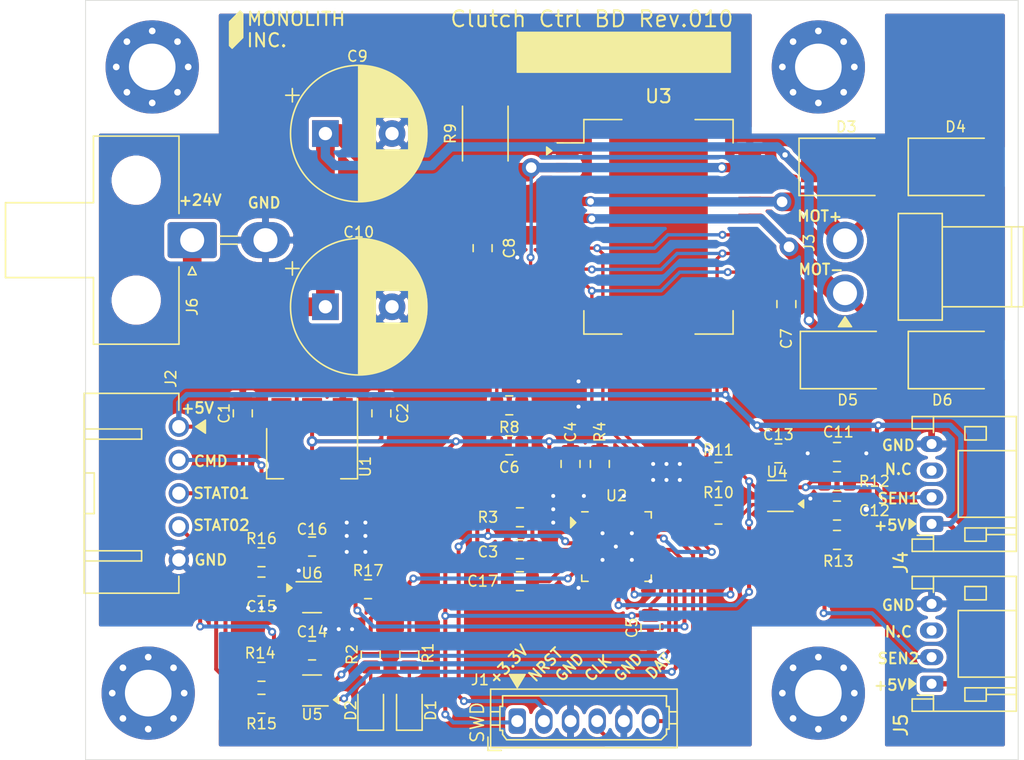
<source format=kicad_pcb>
(kicad_pcb (version 20171130) (host pcbnew "(5.1.6)-1")
  (layers (0 F.Cu signal) (31 B.Cu signal) (34 B.Paste user) (35 F.Paste user) (36 B.SilkS user) (37 F.SilkS user) (38 B.Mask user) (39 F.Mask user) (44 Edge.Cuts user))
  (net 0 "")
  (net 1 GND)
  (net 2 +5V)
  (net 3 +3V3)
  (net 4 M_CUR)
  (net 5 +24V)
  (net 6 "Net-(C11-Pad1)")
  (net 7 "Net-(C12-Pad1)")
  (net 8 VCU_CMD_I)
  (net 9 "Net-(D1-Pad2)")
  (net 10 "Net-(D2-Pad2)")
  (net 11 "Net-(D3-Pad2)")
  (net 12 "Net-(D5-Pad2)")
  (net 13 SWD_DAT)
  (net 14 SWD_CLK)
  (net 15 NRST)
  (net 16 VCU_STAT_01)
  (net 17 VCU_STAT_02)
  (net 18 "Net-(R4-Pad1)")
  (net 19 "Net-(R8-Pad2)")
  (net 20 SEN01_I)
  (net 21 SEN02_I)
  (net 22 VCU_CMD)
  (net 23 M_PWM_IN2)
  (net 24 M_PWM_IN1)
  (net 25 M_EN)
  (net 26 VCU_STAT_01_O)
  (net 27 VCU_STAT_02_O)
  (net 28 GNDD)
  (net 29 "Net-(H1-Pad1)")
  (net 30 "Net-(H2-Pad1)")
  (net 31 "Net-(H3-Pad1)")
  (net 32 "Net-(H4-Pad1)")
  (net 33 "Net-(R1-Pad1)")
  (net 34 "Net-(C17-Pad2)")
  (net 35 "Net-(C17-Pad1)")
  (net 36 "Net-(J4-Pad3)")
  (net 37 "Net-(J5-Pad3)")
  (net 38 "Net-(U2-Pad30)")
  (net 39 "Net-(U2-Pad29)")
  (net 40 "Net-(U2-Pad28)")
  (net 41 "Net-(U2-Pad27)")
  (net 42 "Net-(U2-Pad21)")
  (net 43 "Net-(U2-Pad13)")
  (net 44 "Net-(U2-Pad12)")
  (net 45 "Net-(U2-Pad11)")
  (net 46 "Net-(U2-Pad10)")
  (net 47 "Net-(U2-Pad3)")
  (net 48 "Net-(U2-Pad2)")
  (net 49 "Net-(U3-Pad3)")
  (net 50 "Net-(U3-Pad18)")
  (net 51 "Net-(U6-Pad4)")
  (net 52 "Net-(U6-Pad3)")
  (module Footprints:Yeonho_20017WS-06_P2.0mm (layer F.Cu) (at 132.4 96.4)
    (fp_text reference J1 (at -2.8 -2.4) (layer F.SilkS) (effects (font (size 0.8 0.8) (thickness 0.12))))
    (fp_text value 20017WS-06)
    (pad 1 thru_hole roundrect (at 0 0.7) (size 1.3 1.9) (drill 0.9) (layers *.Cu *.Mask) (net 3 +3V3))
    (pad 2 thru_hole oval (at 2 0.7) (size 1.3 1.9) (drill 0.9) (layers *.Cu *.Mask) (net 15 NRST))
    (pad 3 thru_hole oval (at 4 0.7) (size 1.3 1.9) (drill 0.9) (layers *.Cu *.Mask) (net 1 GND))
    (pad 4 thru_hole oval (at 6 0.7) (size 1.3 1.9) (drill 0.9) (layers *.Cu *.Mask) (net 14 SWD_CLK))
    (pad 5 thru_hole oval (at 8 0.7) (size 1.3 1.9) (drill 0.9) (layers *.Cu *.Mask) (net 1 GND))
    (pad 6 thru_hole oval (at 10 0.7) (size 1.3 1.9) (drill 0.9) (layers *.Cu *.Mask) (net 13 SWD_DAT))
  )
  (module Package_DFN_QFN:QFN-32-1EP_5x5mm_P0.5mm_EP3.45x3.45mm (layer F.Cu) (at 139.85 84)
    (fp_text reference U2 (at 0 -3.82) (layer F.SilkS) (effects (font (size 0.8 0.8) (thickness 0.12))))
    (fp_text value STM32L412KBUx)
    (pad 33 smd rect (at 0 0) (size 3.45 3.45) (layers F.Cu F.Mask) (net 1 GND))
    (pad 32 smd roundrect (at -1.75 -2.4375) (size 0.25 0.875) (layers F.Cu F.Paste F.Mask) (net 1 GND))
    (pad 31 smd roundrect (at -1.25 -2.4375) (size 0.25 0.875) (layers F.Cu F.Paste F.Mask) (net 18 "Net-(R4-Pad1)"))
    (pad 30 smd roundrect (at -0.75 -2.4375) (size 0.25 0.875) (layers F.Cu F.Paste F.Mask) (net 38 "Net-(U2-Pad30)"))
    (pad 29 smd roundrect (at -0.25 -2.4375) (size 0.25 0.875) (layers F.Cu F.Paste F.Mask) (net 39 "Net-(U2-Pad29)"))
    (pad 28 smd roundrect (at 0.25 -2.4375) (size 0.25 0.875) (layers F.Cu F.Paste F.Mask) (net 40 "Net-(U2-Pad28)"))
    (pad 27 smd roundrect (at 0.75 -2.4375) (size 0.25 0.875) (layers F.Cu F.Paste F.Mask) (net 41 "Net-(U2-Pad27)"))
    (pad 26 smd roundrect (at 1.25 -2.4375) (size 0.25 0.875) (layers F.Cu F.Paste F.Mask) (net 23 M_PWM_IN2))
    (pad 25 smd roundrect (at 1.75 -2.4375) (size 0.25 0.875) (layers F.Cu F.Paste F.Mask) (net 24 M_PWM_IN1))
    (pad 24 smd roundrect (at 2.4375 -1.75) (size 0.875 0.25) (layers F.Cu F.Paste F.Mask) (net 14 SWD_CLK))
    (pad 23 smd roundrect (at 2.4375 -1.25) (size 0.875 0.25) (layers F.Cu F.Paste F.Mask) (net 13 SWD_DAT))
    (pad 22 smd roundrect (at 2.4375 -0.75) (size 0.875 0.25) (layers F.Cu F.Paste F.Mask) (net 25 M_EN))
    (pad 21 smd roundrect (at 2.4375 -0.25) (size 0.875 0.25) (layers F.Cu F.Paste F.Mask) (net 42 "Net-(U2-Pad21)"))
    (pad 20 smd roundrect (at 2.4375 0.25) (size 0.875 0.25) (layers F.Cu F.Paste F.Mask) (net 22 VCU_CMD))
    (pad 19 smd roundrect (at 2.4375 0.75) (size 0.875 0.25) (layers F.Cu F.Paste F.Mask) (net 26 VCU_STAT_01_O))
    (pad 18 smd roundrect (at 2.4375 1.25) (size 0.875 0.25) (layers F.Cu F.Paste F.Mask) (net 27 VCU_STAT_02_O))
    (pad 17 smd roundrect (at 2.4375 1.75) (size 0.875 0.25) (layers F.Cu F.Paste F.Mask) (net 3 +3V3))
    (pad 16 smd roundrect (at 1.75 2.4375) (size 0.25 0.875) (layers F.Cu F.Paste F.Mask) (net 1 GND))
    (pad 15 smd roundrect (at 1.25 2.4375) (size 0.25 0.875) (layers F.Cu F.Paste F.Mask) (net 21 SEN02_I))
    (pad 14 smd roundrect (at 0.75 2.4375) (size 0.25 0.875) (layers F.Cu F.Paste F.Mask) (net 20 SEN01_I))
    (pad 13 smd roundrect (at 0.25 2.4375) (size 0.25 0.875) (layers F.Cu F.Paste F.Mask) (net 43 "Net-(U2-Pad13)"))
    (pad 12 smd roundrect (at -0.25 2.4375) (size 0.25 0.875) (layers F.Cu F.Paste F.Mask) (net 44 "Net-(U2-Pad12)"))
    (pad 11 smd roundrect (at -0.75 2.4375) (size 0.25 0.875) (layers F.Cu F.Paste F.Mask) (net 45 "Net-(U2-Pad11)"))
    (pad 10 smd roundrect (at -1.25 2.4375) (size 0.25 0.875) (layers F.Cu F.Paste F.Mask) (net 46 "Net-(U2-Pad10)"))
    (pad 9 smd roundrect (at -1.75 2.4375) (size 0.25 0.875) (layers F.Cu F.Paste F.Mask) (net 34 "Net-(C17-Pad2)"))
    (pad 8 smd roundrect (at -2.4375 1.75) (size 0.875 0.25) (layers F.Cu F.Paste F.Mask) (net 33 "Net-(R1-Pad1)"))
    (pad 7 smd roundrect (at -2.4375 1.25) (size 0.875 0.25) (layers F.Cu F.Paste F.Mask) (net 35 "Net-(C17-Pad1)"))
    (pad 6 smd roundrect (at -2.4375 0.75) (size 0.875 0.25) (layers F.Cu F.Paste F.Mask) (net 4 M_CUR))
    (pad 5 smd roundrect (at -2.4375 0.25) (size 0.875 0.25) (layers F.Cu F.Paste F.Mask) (net 3 +3V3))
    (pad 4 smd roundrect (at -2.4375 -0.25) (size 0.875 0.25) (layers F.Cu F.Paste F.Mask) (net 15 NRST))
    (pad 3 smd roundrect (at -2.4375 -0.75) (size 0.875 0.25) (layers F.Cu F.Paste F.Mask) (net 47 "Net-(U2-Pad3)"))
    (pad 2 smd roundrect (at -2.4375 -1.25) (size 0.875 0.25) (layers F.Cu F.Paste F.Mask) (net 48 "Net-(U2-Pad2)"))
    (pad 1 smd roundrect (at -2.4375 -1.75) (size 0.875 0.25) (layers F.Cu F.Paste F.Mask) (net 3 +3V3))
  )
  (module Capacitor_SMD:C_0805_2012Metric (layer F.Cu) (at 132.6 86.6 180)
    (fp_text reference C17 (at 2.8 0) (layer F.SilkS) (effects (font (size 0.8 0.8) (thickness 0.12))))
    (fp_text value "100pF(2012,50V)")
    (pad 2 smd roundrect (at 0.9375 0 180) (size 0.975 1.4) (layers F.Cu F.Paste F.Mask) (net 34 "Net-(C17-Pad2)"))
    (pad 1 smd roundrect (at -0.9375 0 180) (size 0.975 1.4) (layers F.Cu F.Paste F.Mask) (net 35 "Net-(C17-Pad1)"))
  )
  (module Footprints:Molex_Mini-Fit_Jr_5569-02A1_2x01_P4.20mm_Horizontal (layer F.Cu) (at 108 61 90)
    (fp_text reference J6 (at -5 0 90) (layer F.SilkS) (effects (font (size 0.8 0.8) (thickness 0.12))))
    (fp_text value Molex_5569-02A)
    (pad "" np_thru_hole circle (at 4.5 -4.2 90) (size 3.2 3.2) (drill 3.2) (layers *.Cu *.Mask))
    (pad "" np_thru_hole circle (at -4.5 -4.2 90) (size 3.2 3.2) (drill 3.2) (layers *.Cu *.Mask))
    (pad 2 thru_hole oval (at 0 5.5 90) (size 2.7 3.7) (drill 1.8) (layers *.Cu *.Mask) (net 1 GND))
    (pad 1 thru_hole roundrect (at 0 0 90) (size 2.7 3.7) (drill 1.8) (layers *.Cu *.Mask) (roundrect_rratio 0.09259299999999999) (net 5 +24V))
  )
  (module Footprints:JST_PH_S4B-PH-K_1x04_P2.00mm_Horizontal (layer F.Cu) (at 163.5 94.3 90)
    (fp_text reference J5 (at -3.1 -2.3 90) (layer F.SilkS))
    (fp_text value JST-S4B-PH-K-S)
    (pad 1 thru_hole roundrect (at 0 0 90) (size 1.2 1.75) (drill 0.75) (layers *.Cu *.Mask) (roundrect_rratio 0.208333) (net 2 +5V))
    (pad 2 thru_hole oval (at 2 0 90) (size 1.2 1.75) (drill 0.75) (layers *.Cu *.Mask) (net 7 "Net-(C12-Pad1)"))
    (pad 3 thru_hole oval (at 4 0 90) (size 1.2 1.75) (drill 0.75) (layers *.Cu *.Mask) (net 37 "Net-(J5-Pad3)"))
    (pad 4 thru_hole oval (at 6 0 90) (size 1.2 1.75) (drill 0.75) (layers *.Cu *.Mask) (net 1 GND))
  )
  (module Footprints:JST_PH_S4B-PH-K_1x04_P2.00mm_Horizontal (layer F.Cu) (at 163.5 82.3 90)
    (fp_text reference J4 (at -2.9 -2.3 90) (layer F.SilkS))
    (fp_text value JST-S4B-PH-K-S)
    (pad 1 thru_hole roundrect (at 0 0 90) (size 1.2 1.75) (drill 0.75) (layers *.Cu *.Mask) (roundrect_rratio 0.208333) (net 2 +5V))
    (pad 2 thru_hole oval (at 2 0 90) (size 1.2 1.75) (drill 0.75) (layers *.Cu *.Mask) (net 6 "Net-(C11-Pad1)"))
    (pad 3 thru_hole oval (at 4 0 90) (size 1.2 1.75) (drill 0.75) (layers *.Cu *.Mask) (net 36 "Net-(J4-Pad3)"))
    (pad 4 thru_hole oval (at 6 0 90) (size 1.2 1.75) (drill 0.75) (layers *.Cu *.Mask) (net 1 GND))
  )
  (module Footprints:HSOP-20-1EP_11.0x15.9mm_P1.27mm_SlugDown (layer F.Cu) (at 143 60)
    (fp_text reference U3 (at 0 -9.8) (layer F.SilkS))
    (fp_text value L298P)
    (pad 1 smd rect (at -6.85 -5.715) (size 1.7 0.7) (layers F.Cu F.Paste F.Mask) (net 1 GND))
    (pad 21 smd rect (at 0 0) (size 7.4 14.8) (layers F.Cu F.Paste F.Mask) (net 28 GNDD))
    (pad 2 smd rect (at -6.85 -4.445) (size 1.7 0.7) (layers F.Cu F.Paste F.Mask) (net 19 "Net-(R8-Pad2)"))
    (pad 3 smd rect (at -6.85 -3.175) (size 1.7 0.7) (layers F.Cu F.Paste F.Mask) (net 49 "Net-(U3-Pad3)"))
    (pad 4 smd rect (at -6.85 -1.905) (size 1.7 0.7) (layers F.Cu F.Paste F.Mask) (net 11 "Net-(D3-Pad2)"))
    (pad 5 smd rect (at -6.85 -0.635) (size 1.7 0.7) (layers F.Cu F.Paste F.Mask) (net 12 "Net-(D5-Pad2)"))
    (pad 6 smd rect (at -6.85 0.635) (size 1.7 0.7) (layers F.Cu F.Paste F.Mask) (net 5 +24V))
    (pad 7 smd rect (at -6.85 1.905) (size 1.7 0.7) (layers F.Cu F.Paste F.Mask) (net 24 M_PWM_IN1))
    (pad 8 smd rect (at -6.85 3.175) (size 1.7 0.7) (layers F.Cu F.Paste F.Mask) (net 25 M_EN))
    (pad 9 smd rect (at -6.85 4.445) (size 1.7 0.7) (layers F.Cu F.Paste F.Mask) (net 23 M_PWM_IN2))
    (pad 10 smd rect (at -6.85 5.715) (size 1.7 0.7) (layers F.Cu F.Paste F.Mask) (net 1 GND))
    (pad 11 smd rect (at 6.85 5.715) (size 1.7 0.7) (layers F.Cu F.Paste F.Mask) (net 1 GND))
    (pad 12 smd rect (at 6.85 4.445) (size 1.7 0.7) (layers F.Cu F.Paste F.Mask) (net 2 +5V))
    (pad 13 smd rect (at 6.85 3.175) (size 1.7 0.7) (layers F.Cu F.Paste F.Mask) (net 23 M_PWM_IN2))
    (pad 14 smd rect (at 6.85 1.905) (size 1.7 0.7) (layers F.Cu F.Paste F.Mask) (net 25 M_EN))
    (pad 15 smd rect (at 6.85 0.635) (size 1.7 0.7) (layers F.Cu F.Paste F.Mask) (net 24 M_PWM_IN1))
    (pad 16 smd rect (at 6.85 -0.635) (size 1.7 0.7) (layers F.Cu F.Paste F.Mask) (net 12 "Net-(D5-Pad2)"))
    (pad 17 smd rect (at 6.85 -1.905) (size 1.7 0.7) (layers F.Cu F.Paste F.Mask) (net 11 "Net-(D3-Pad2)"))
    (pad 18 smd rect (at 6.85 -3.175) (size 1.7 0.7) (layers F.Cu F.Paste F.Mask) (net 50 "Net-(U3-Pad18)"))
    (pad 19 smd rect (at 6.85 -4.445) (size 1.7 0.7) (layers F.Cu F.Paste F.Mask) (net 19 "Net-(R8-Pad2)"))
    (pad 20 smd rect (at 6.85 -5.715) (size 1.7 0.7) (layers F.Cu F.Paste F.Mask) (net 1 GND))
    (pad 21 smd rect (at 0 -8.125) (size 5 2) (layers F.Cu F.Paste F.Mask) (net 28 GNDD))
    (pad 21 smd rect (at 0 8.125) (size 5 2) (layers F.Cu F.Paste F.Mask) (net 28 GNDD))
  )
  (module Footprints:PTH-CIRCLE-M3 (layer F.Cu) (at 155 48)
    (fp_text reference H4 hide)
    (fp_text value PTH-HOLE-M3-CIRCLE hide)
    (pad 1 thru_hole custom (at -1.9 -1.9) (size 0.8 0.8) (drill 0.5) (layers *.Cu *.Mask) (net 32 "Net-(H4-Pad1)") (options (clearance outline) (anchor circle)) (primitives))
    (pad 1 thru_hole custom (at 1.9 1.9) (size 0.8 0.8) (drill 0.5) (layers *.Cu *.Mask) (net 32 "Net-(H4-Pad1)") (options (clearance outline) (anchor circle)) (primitives))
    (pad 1 thru_hole custom (at -1.9 1.9) (size 0.8 0.8) (drill 0.5) (layers *.Cu *.Mask) (net 32 "Net-(H4-Pad1)") (options (clearance outline) (anchor circle)) (primitives))
    (pad 1 thru_hole custom (at 1.9 -1.9) (size 0.8 0.8) (drill 0.5) (layers *.Cu *.Mask) (net 32 "Net-(H4-Pad1)") (options (clearance outline) (anchor circle)) (primitives))
    (pad 1 thru_hole custom (at 0 -2.7) (size 0.8 0.8) (drill 0.5) (layers *.Cu *.Mask) (net 32 "Net-(H4-Pad1)") (options (clearance outline) (anchor circle)) (primitives))
    (pad 1 thru_hole custom (at -2.7 0) (size 0.8 0.8) (drill 0.5) (layers *.Cu *.Mask) (net 32 "Net-(H4-Pad1)") (options (clearance outline) (anchor circle)) (primitives))
    (pad 1 thru_hole custom (at 0 2.7) (size 0.8 0.8) (drill 0.5) (layers *.Cu *.Mask) (net 32 "Net-(H4-Pad1)") (options (clearance outline) (anchor circle)) (primitives))
    (pad 1 thru_hole custom (at 2.7 0) (size 0.8 0.8) (drill 0.5) (layers *.Cu *.Mask) (net 32 "Net-(H4-Pad1)") (options (clearance outline) (anchor circle)) (primitives))
    (pad 1 thru_hole circle (at 0 0) (size 7 7) (drill 3.5) (layers *.Cu *.Mask) (net 32 "Net-(H4-Pad1)"))
  )
  (module Footprints:PTH-CIRCLE-M3 (layer F.Cu) (at 105 48)
    (fp_text reference H3 hide)
    (fp_text value PTH-HOLE-M3-CIRCLE hide)
    (pad 1 thru_hole custom (at -1.9 -1.9) (size 0.8 0.8) (drill 0.5) (layers *.Cu *.Mask) (net 31 "Net-(H3-Pad1)") (options (clearance outline) (anchor circle)) (primitives))
    (pad 1 thru_hole custom (at 1.9 1.9) (size 0.8 0.8) (drill 0.5) (layers *.Cu *.Mask) (net 31 "Net-(H3-Pad1)") (options (clearance outline) (anchor circle)) (primitives))
    (pad 1 thru_hole custom (at -1.9 1.9) (size 0.8 0.8) (drill 0.5) (layers *.Cu *.Mask) (net 31 "Net-(H3-Pad1)") (options (clearance outline) (anchor circle)) (primitives))
    (pad 1 thru_hole custom (at 1.9 -1.9) (size 0.8 0.8) (drill 0.5) (layers *.Cu *.Mask) (net 31 "Net-(H3-Pad1)") (options (clearance outline) (anchor circle)) (primitives))
    (pad 1 thru_hole custom (at 0 -2.7) (size 0.8 0.8) (drill 0.5) (layers *.Cu *.Mask) (net 31 "Net-(H3-Pad1)") (options (clearance outline) (anchor circle)) (primitives))
    (pad 1 thru_hole custom (at -2.7 0) (size 0.8 0.8) (drill 0.5) (layers *.Cu *.Mask) (net 31 "Net-(H3-Pad1)") (options (clearance outline) (anchor circle)) (primitives))
    (pad 1 thru_hole custom (at 0 2.7) (size 0.8 0.8) (drill 0.5) (layers *.Cu *.Mask) (net 31 "Net-(H3-Pad1)") (options (clearance outline) (anchor circle)) (primitives))
    (pad 1 thru_hole custom (at 2.7 0) (size 0.8 0.8) (drill 0.5) (layers *.Cu *.Mask) (net 31 "Net-(H3-Pad1)") (options (clearance outline) (anchor circle)) (primitives))
    (pad 1 thru_hole circle (at 0 0) (size 7 7) (drill 3.5) (layers *.Cu *.Mask) (net 31 "Net-(H3-Pad1)"))
  )
  (module Footprints:PTH-CIRCLE-M3 (layer F.Cu) (at 104.7 95)
    (fp_text reference H2 hide)
    (fp_text value PTH-HOLE-M3-CIRCLE hide)
    (pad 1 thru_hole custom (at -1.9 -1.9) (size 0.8 0.8) (drill 0.5) (layers *.Cu *.Mask) (net 30 "Net-(H2-Pad1)") (options (clearance outline) (anchor circle)) (primitives))
    (pad 1 thru_hole custom (at 1.9 1.9) (size 0.8 0.8) (drill 0.5) (layers *.Cu *.Mask) (net 30 "Net-(H2-Pad1)") (options (clearance outline) (anchor circle)) (primitives))
    (pad 1 thru_hole custom (at -1.9 1.9) (size 0.8 0.8) (drill 0.5) (layers *.Cu *.Mask) (net 30 "Net-(H2-Pad1)") (options (clearance outline) (anchor circle)) (primitives))
    (pad 1 thru_hole custom (at 1.9 -1.9) (size 0.8 0.8) (drill 0.5) (layers *.Cu *.Mask) (net 30 "Net-(H2-Pad1)") (options (clearance outline) (anchor circle)) (primitives))
    (pad 1 thru_hole custom (at 0 -2.7) (size 0.8 0.8) (drill 0.5) (layers *.Cu *.Mask) (net 30 "Net-(H2-Pad1)") (options (clearance outline) (anchor circle)) (primitives))
    (pad 1 thru_hole custom (at -2.7 0) (size 0.8 0.8) (drill 0.5) (layers *.Cu *.Mask) (net 30 "Net-(H2-Pad1)") (options (clearance outline) (anchor circle)) (primitives))
    (pad 1 thru_hole custom (at 0 2.7) (size 0.8 0.8) (drill 0.5) (layers *.Cu *.Mask) (net 30 "Net-(H2-Pad1)") (options (clearance outline) (anchor circle)) (primitives))
    (pad 1 thru_hole custom (at 2.7 0) (size 0.8 0.8) (drill 0.5) (layers *.Cu *.Mask) (net 30 "Net-(H2-Pad1)") (options (clearance outline) (anchor circle)) (primitives))
    (pad 1 thru_hole circle (at 0 0) (size 7 7) (drill 3.5) (layers *.Cu *.Mask) (net 30 "Net-(H2-Pad1)"))
  )
  (module Footprints:PTH-CIRCLE-M3 (layer F.Cu) (at 155 95)
    (fp_text reference H1 hide)
    (fp_text value PTH-HOLE-M3-CIRCLE hide)
    (pad 1 thru_hole custom (at -1.9 -1.9) (size 0.8 0.8) (drill 0.5) (layers *.Cu *.Mask) (net 29 "Net-(H1-Pad1)") (options (clearance outline) (anchor circle)) (primitives))
    (pad 1 thru_hole custom (at 1.9 1.9) (size 0.8 0.8) (drill 0.5) (layers *.Cu *.Mask) (net 29 "Net-(H1-Pad1)") (options (clearance outline) (anchor circle)) (primitives))
    (pad 1 thru_hole custom (at -1.9 1.9) (size 0.8 0.8) (drill 0.5) (layers *.Cu *.Mask) (net 29 "Net-(H1-Pad1)") (options (clearance outline) (anchor circle)) (primitives))
    (pad 1 thru_hole custom (at 1.9 -1.9) (size 0.8 0.8) (drill 0.5) (layers *.Cu *.Mask) (net 29 "Net-(H1-Pad1)") (options (clearance outline) (anchor circle)) (primitives))
    (pad 1 thru_hole custom (at 0 -2.7) (size 0.8 0.8) (drill 0.5) (layers *.Cu *.Mask) (net 29 "Net-(H1-Pad1)") (options (clearance outline) (anchor circle)) (primitives))
    (pad 1 thru_hole custom (at -2.7 0) (size 0.8 0.8) (drill 0.5) (layers *.Cu *.Mask) (net 29 "Net-(H1-Pad1)") (options (clearance outline) (anchor circle)) (primitives))
    (pad 1 thru_hole custom (at 0 2.7) (size 0.8 0.8) (drill 0.5) (layers *.Cu *.Mask) (net 29 "Net-(H1-Pad1)") (options (clearance outline) (anchor circle)) (primitives))
    (pad 1 thru_hole custom (at 2.7 0) (size 0.8 0.8) (drill 0.5) (layers *.Cu *.Mask) (net 29 "Net-(H1-Pad1)") (options (clearance outline) (anchor circle)) (primitives))
    (pad 1 thru_hole circle (at 0 0) (size 7 7) (drill 3.5) (layers *.Cu *.Mask) (net 29 "Net-(H1-Pad1)"))
  )
  (module Package_TO_SOT_SMD:SOT-363_SC-70-6 (layer F.Cu) (at 117 87.8)
    (fp_text reference U6 (at 0 -1.8) (layer F.SilkS) (effects (font (size 0.8 0.8) (thickness 0.12))))
    (fp_text value 74LVC2G07GW)
    (pad 6 smd rect (at 0.95 -0.65) (size 0.65 0.4) (layers F.Cu F.Paste F.Mask) (net 22 VCU_CMD))
    (pad 4 smd rect (at 0.95 0.65) (size 0.65 0.4) (layers F.Cu F.Paste F.Mask) (net 51 "Net-(U6-Pad4)"))
    (pad 2 smd rect (at -0.95 0) (size 0.65 0.4) (layers F.Cu F.Paste F.Mask) (net 1 GND))
    (pad 5 smd rect (at 0.95 0) (size 0.65 0.4) (layers F.Cu F.Paste F.Mask) (net 2 +5V))
    (pad 3 smd rect (at -0.95 0.65) (size 0.65 0.4) (layers F.Cu F.Paste F.Mask) (net 52 "Net-(U6-Pad3)"))
    (pad 1 smd rect (at -0.95 -0.65) (size 0.65 0.4) (layers F.Cu F.Paste F.Mask) (net 8 VCU_CMD_I))
  )
  (module Package_TO_SOT_SMD:SOT-363_SC-70-6 (layer F.Cu) (at 117 94.8 180)
    (fp_text reference U5 (at 0 -1.8) (layer F.SilkS) (effects (font (size 0.8 0.8) (thickness 0.12))))
    (fp_text value 74LVC2G07GW)
    (pad 6 smd rect (at 0.95 -0.65 180) (size 0.65 0.4) (layers F.Cu F.Paste F.Mask) (net 16 VCU_STAT_01))
    (pad 4 smd rect (at 0.95 0.65 180) (size 0.65 0.4) (layers F.Cu F.Paste F.Mask) (net 17 VCU_STAT_02))
    (pad 2 smd rect (at -0.95 0 180) (size 0.65 0.4) (layers F.Cu F.Paste F.Mask) (net 1 GND))
    (pad 5 smd rect (at 0.95 0 180) (size 0.65 0.4) (layers F.Cu F.Paste F.Mask) (net 2 +5V))
    (pad 3 smd rect (at -0.95 0.65 180) (size 0.65 0.4) (layers F.Cu F.Paste F.Mask) (net 27 VCU_STAT_02_O))
    (pad 1 smd rect (at -0.95 -0.65 180) (size 0.65 0.4) (layers F.Cu F.Paste F.Mask) (net 26 VCU_STAT_01_O))
  )
  (module Package_TO_SOT_SMD:SOT-363_SC-70-6 (layer F.Cu) (at 151.9 80.2 180)
    (fp_text reference U4 (at 0 1.8) (layer F.SilkS) (effects (font (size 0.8 0.8) (thickness 0.12))))
    (fp_text value 74LVC2G07GW)
    (pad 6 smd rect (at 0.95 -0.65 180) (size 0.65 0.4) (layers F.Cu F.Paste F.Mask) (net 21 SEN02_I))
    (pad 4 smd rect (at 0.95 0.65 180) (size 0.65 0.4) (layers F.Cu F.Paste F.Mask) (net 20 SEN01_I))
    (pad 2 smd rect (at -0.95 0 180) (size 0.65 0.4) (layers F.Cu F.Paste F.Mask) (net 1 GND))
    (pad 5 smd rect (at 0.95 0 180) (size 0.65 0.4) (layers F.Cu F.Paste F.Mask) (net 2 +5V))
    (pad 3 smd rect (at -0.95 0.65 180) (size 0.65 0.4) (layers F.Cu F.Paste F.Mask) (net 6 "Net-(C11-Pad1)"))
    (pad 1 smd rect (at -0.95 -0.65 180) (size 0.65 0.4) (layers F.Cu F.Paste F.Mask) (net 7 "Net-(C12-Pad1)"))
  )
  (module Package_TO_SOT_SMD:SOT-223-3_TabPin2 (layer F.Cu) (at 117 77 270)
    (fp_text reference U1 (at 1 -4 90) (layer F.SilkS) (effects (font (size 0.8 0.8) (thickness 0.12))))
    (fp_text value LM1117-3.3)
    (pad 1 smd rect (at -3.15 -2.3 270) (size 2 1.5) (layers F.Cu F.Paste F.Mask) (net 1 GND))
    (pad 3 smd rect (at -3.15 2.3 270) (size 2 1.5) (layers F.Cu F.Paste F.Mask) (net 2 +5V))
    (pad 2 smd rect (at -3.15 0 270) (size 2 1.5) (layers F.Cu F.Paste F.Mask) (net 3 +3V3))
    (pad 2 smd rect (at 3.15 0 270) (size 2 3.8) (layers F.Cu F.Paste F.Mask) (net 3 +3V3))
  )
  (module Resistor_SMD:R_0805_2012Metric (layer F.Cu) (at 121.2 87.2 180)
    (fp_text reference R17 (at 0 1.4) (layer F.SilkS) (effects (font (size 0.8 0.8) (thickness 0.12))))
    (fp_text value "3.3K(2012,5%)")
    (pad 2 smd roundrect (at 0.9375 0 180) (size 0.975 1.4) (layers F.Cu F.Paste F.Mask) (net 22 VCU_CMD))
    (pad 1 smd roundrect (at -0.9375 0 180) (size 0.975 1.4) (layers F.Cu F.Paste F.Mask) (net 3 +3V3))
  )
  (module Resistor_SMD:R_0805_2012Metric (layer F.Cu) (at 113.2 84.8)
    (fp_text reference R16 (at 0 -1.4) (layer F.SilkS) (effects (font (size 0.8 0.8) (thickness 0.12))))
    (fp_text value "4.7K(2012,5%)")
    (pad 2 smd roundrect (at 0.9375 0) (size 0.975 1.4) (layers F.Cu F.Paste F.Mask) (net 8 VCU_CMD_I))
    (pad 1 smd roundrect (at -0.9375 0) (size 0.975 1.4) (layers F.Cu F.Paste F.Mask) (net 2 +5V))
  )
  (module Resistor_SMD:R_0805_2012Metric (layer F.Cu) (at 113.2 95.8)
    (fp_text reference R15 (at 0 1.5) (layer F.SilkS) (effects (font (size 0.8 0.8) (thickness 0.12))))
    (fp_text value "3.3K(2012,5%)")
    (pad 2 smd roundrect (at 0.9375 0) (size 0.975 1.4) (layers F.Cu F.Paste F.Mask) (net 16 VCU_STAT_01))
    (pad 1 smd roundrect (at -0.9375 0) (size 0.975 1.4) (layers F.Cu F.Paste F.Mask) (net 2 +5V))
  )
  (module Resistor_SMD:R_0805_2012Metric (layer F.Cu) (at 113.2 93.4)
    (fp_text reference R14 (at -0.1 -1.4) (layer F.SilkS) (effects (font (size 0.8 0.8) (thickness 0.12))))
    (fp_text value "3.3K(2012,5%)")
    (pad 2 smd roundrect (at 0.9375 0) (size 0.975 1.4) (layers F.Cu F.Paste F.Mask) (net 17 VCU_STAT_02))
    (pad 1 smd roundrect (at -0.9375 0) (size 0.975 1.4) (layers F.Cu F.Paste F.Mask) (net 2 +5V))
  )
  (module Resistor_SMD:R_0805_2012Metric (layer F.Cu) (at 156.4 83.5 180)
    (fp_text reference R13 (at -0.1 -1.6) (layer F.SilkS) (effects (font (size 0.8 0.8) (thickness 0.12))))
    (fp_text value "4.7K(2012,5%)")
    (pad 2 smd roundrect (at 0.9375 0 180) (size 0.975 1.4) (layers F.Cu F.Paste F.Mask) (net 7 "Net-(C12-Pad1)"))
    (pad 1 smd roundrect (at -0.9375 0 180) (size 0.975 1.4) (layers F.Cu F.Paste F.Mask) (net 2 +5V))
  )
  (module Resistor_SMD:R_0805_2012Metric (layer F.Cu) (at 156.4 79.1 180)
    (fp_text reference R12 (at -2.8 0) (layer F.SilkS) (effects (font (size 0.8 0.8) (thickness 0.12))))
    (fp_text value "4.7K(2012,5%)")
    (pad 2 smd roundrect (at 0.9375 0 180) (size 0.975 1.4) (layers F.Cu F.Paste F.Mask) (net 6 "Net-(C11-Pad1)"))
    (pad 1 smd roundrect (at -0.9375 0 180) (size 0.975 1.4) (layers F.Cu F.Paste F.Mask) (net 2 +5V))
  )
  (module Resistor_SMD:R_0805_2012Metric (layer F.Cu) (at 147.5 78.4)
    (fp_text reference R11 (at 0 -1.65) (layer F.SilkS) (effects (font (size 0.8 0.8) (thickness 0.12))))
    (fp_text value "3.3K(2012,5%)")
    (pad 2 smd roundrect (at 0.9375 0) (size 0.975 1.4) (layers F.Cu F.Paste F.Mask) (net 20 SEN01_I))
    (pad 1 smd roundrect (at -0.9375 0) (size 0.975 1.4) (layers F.Cu F.Paste F.Mask) (net 3 +3V3))
  )
  (module Resistor_SMD:R_0805_2012Metric (layer F.Cu) (at 147.5 81.6)
    (fp_text reference R10 (at 0 -1.65) (layer F.SilkS) (effects (font (size 0.8 0.8) (thickness 0.12))))
    (fp_text value "3.3K(2012,5%)")
    (pad 2 smd roundrect (at 0.9375 0) (size 0.975 1.4) (layers F.Cu F.Paste F.Mask) (net 21 SEN02_I))
    (pad 1 smd roundrect (at -0.9375 0) (size 0.975 1.4) (layers F.Cu F.Paste F.Mask) (net 3 +3V3))
  )
  (module Resistor_SMD:R_2512_6332Metric (layer F.Cu) (at 130 53 90)
    (fp_text reference R9 (at 0 -2.62 90) (layer F.SilkS) (effects (font (size 0.8 0.8) (thickness 0.12))))
    (fp_text value LR2512-21R050F4)
    (pad 2 smd roundrect (at 2.9 0 90) (size 1.35 3.35) (layers F.Cu F.Paste F.Mask) (roundrect_rratio 0.185185) (net 1 GND))
    (pad 1 smd roundrect (at -2.9 0 90) (size 1.35 3.35) (layers F.Cu F.Paste F.Mask) (roundrect_rratio 0.185185) (net 19 "Net-(R8-Pad2)"))
  )
  (module Resistor_SMD:R_0805_2012Metric (layer F.Cu) (at 131.8 73.4 180)
    (fp_text reference R8 (at 0 -1.65) (layer F.SilkS) (effects (font (size 0.8 0.8) (thickness 0.12))))
    (fp_text value "1K(2012,5%)")
    (pad 2 smd roundrect (at 0.9375 0 180) (size 0.975 1.4) (layers F.Cu F.Paste F.Mask) (net 19 "Net-(R8-Pad2)"))
    (pad 1 smd roundrect (at -0.9375 0 180) (size 0.975 1.4) (layers F.Cu F.Paste F.Mask) (net 4 M_CUR))
  )
  (module Resistor_SMD:R_0805_2012Metric (layer F.Cu) (at 138.6 77.8 90)
    (fp_text reference R4 (at 2.4 0 90) (layer F.SilkS) (effects (font (size 0.8 0.8) (thickness 0.12))))
    (fp_text value "1K(2012,5%)")
    (pad 2 smd roundrect (at 0.9375 0 90) (size 0.975 1.4) (layers F.Cu F.Paste F.Mask) (net 1 GND))
    (pad 1 smd roundrect (at -0.9375 0 90) (size 0.975 1.4) (layers F.Cu F.Paste F.Mask) (net 18 "Net-(R4-Pad1)"))
  )
  (module Resistor_SMD:R_0805_2012Metric (layer F.Cu) (at 132.6 81.8 180)
    (fp_text reference R3 (at 2.4 0) (layer F.SilkS) (effects (font (size 0.8 0.8) (thickness 0.12))))
    (fp_text value "10K(2012,5%)")
    (pad 2 smd roundrect (at 0.9375 0 180) (size 0.975 1.4) (layers F.Cu F.Paste F.Mask) (net 15 NRST))
    (pad 1 smd roundrect (at -0.9375 0 180) (size 0.975 1.4) (layers F.Cu F.Paste F.Mask) (net 3 +3V3))
  )
  (module Resistor_SMD:R_0805_2012Metric (layer F.Cu) (at 121.4 92.1 270)
    (fp_text reference R2 (at 0 1.4 90) (layer F.SilkS) (effects (font (size 0.8 0.8) (thickness 0.12))))
    (fp_text value "330R(2012,5%)")
    (pad 2 smd roundrect (at 0.9375 0 270) (size 0.975 1.4) (layers F.Cu F.Paste F.Mask) (net 10 "Net-(D2-Pad2)"))
    (pad 1 smd roundrect (at -0.9375 0 270) (size 0.975 1.4) (layers F.Cu F.Paste F.Mask) (net 3 +3V3))
  )
  (module Resistor_SMD:R_0805_2012Metric (layer F.Cu) (at 124.3 92.1 270)
    (fp_text reference R1 (at -0.1 -1.4 90) (layer F.SilkS) (effects (font (size 0.8 0.8) (thickness 0.12))))
    (fp_text value "330R(2012,5%)")
    (pad 2 smd roundrect (at 0.9375 0 270) (size 0.975 1.4) (layers F.Cu F.Paste F.Mask) (net 9 "Net-(D1-Pad2)"))
    (pad 1 smd roundrect (at -0.9375 0 270) (size 0.975 1.4) (layers F.Cu F.Paste F.Mask) (net 33 "Net-(R1-Pad1)"))
  )
  (module Footprints:YAW396-02V (layer F.Cu) (at 157 63 90)
    (fp_text reference J3 (at 1.8 -2.7 90) (layer F.SilkS) (effects (font (size 0.8 0.8) (thickness 0.12))))
    (fp_text value YAW396-02V)
    (pad 2 thru_hole circle (at 1.98 0 90) (size 2.8 2.8) (drill 1.8) (layers *.Cu *.Mask) (net 11 "Net-(D3-Pad2)"))
    (pad 1 thru_hole circle (at -1.98 0 90) (size 2.8 2.8) (drill 1.8) (layers *.Cu *.Mask) (net 12 "Net-(D5-Pad2)"))
  )
  (module Footprints:SMAW250-05 (layer F.Cu) (at 107 80 270)
    (fp_text reference J2 (at -8.6 0.6 90) (layer F.SilkS) (effects (font (size 0.8 0.8) (thickness 0.12))))
    (fp_text value SMAW250-05)
    (pad 5 thru_hole circle (at 5 0 270) (size 1.524 1.524) (drill 1) (layers *.Cu *.Mask) (net 1 GND))
    (pad 1 thru_hole circle (at -5 0 270) (size 1.524 1.524) (drill 1) (layers *.Cu *.Mask) (net 2 +5V))
    (pad 2 thru_hole circle (at -2.5 0 270) (size 1.524 1.524) (drill 1) (layers *.Cu *.Mask) (net 8 VCU_CMD_I))
    (pad 3 thru_hole circle (at 0 0 270) (size 1.524 1.524) (drill 1) (layers *.Cu *.Mask) (net 16 VCU_STAT_01))
    (pad 4 thru_hole circle (at 2.5 0 270) (size 1.524 1.524) (drill 1) (layers *.Cu *.Mask) (net 17 VCU_STAT_02))
  )
  (module Diode_SMD:D_SMB (layer F.Cu) (at 165.3 70)
    (fp_text reference D6 (at -1 3 180) (layer F.SilkS) (effects (font (size 0.8 0.8) (thickness 0.12))))
    (fp_text value SS34)
    (pad 2 smd rect (at 2.15 0) (size 2.5 2.3) (layers F.Cu F.Paste F.Mask) (net 1 GND))
    (pad 1 smd rect (at -2.15 0) (size 2.5 2.3) (layers F.Cu F.Paste F.Mask) (net 12 "Net-(D5-Pad2)"))
  )
  (module Diode_SMD:D_SMB (layer F.Cu) (at 157.2 70)
    (fp_text reference D5 (at 0 3) (layer F.SilkS) (effects (font (size 0.8 0.8) (thickness 0.12))))
    (fp_text value SS34)
    (pad 2 smd rect (at 2.15 0) (size 2.5 2.3) (layers F.Cu F.Paste F.Mask) (net 12 "Net-(D5-Pad2)"))
    (pad 1 smd rect (at -2.15 0) (size 2.5 2.3) (layers F.Cu F.Paste F.Mask) (net 5 +24V))
  )
  (module Diode_SMD:D_SMB (layer F.Cu) (at 165.3 55.5)
    (fp_text reference D4 (at 0 -3) (layer F.SilkS) (effects (font (size 0.8 0.8) (thickness 0.12))))
    (fp_text value SS34)
    (pad 2 smd rect (at 2.15 0) (size 2.5 2.3) (layers F.Cu F.Paste F.Mask) (net 1 GND))
    (pad 1 smd rect (at -2.15 0) (size 2.5 2.3) (layers F.Cu F.Paste F.Mask) (net 11 "Net-(D3-Pad2)"))
  )
  (module Diode_SMD:D_SMB (layer F.Cu) (at 157.1 55.5)
    (fp_text reference D3 (at 0 -3) (layer F.SilkS) (effects (font (size 0.8 0.8) (thickness 0.12))))
    (fp_text value SS34)
    (pad 2 smd rect (at 2.15 0) (size 2.5 2.3) (layers F.Cu F.Paste F.Mask) (net 11 "Net-(D3-Pad2)"))
    (pad 1 smd rect (at -2.15 0) (size 2.5 2.3) (layers F.Cu F.Paste F.Mask) (net 5 +24V))
  )
  (module LED_SMD:LED_0805_2012Metric (layer F.Cu) (at 121.4 96.1 90)
    (fp_text reference D2 (at -0.2 -1.5 90) (layer F.SilkS) (effects (font (size 0.8 0.8) (thickness 0.12))))
    (fp_text value "LED(2012,G)")
    (pad 2 smd roundrect (at 0.9375 0 90) (size 0.975 1.4) (layers F.Cu F.Paste F.Mask) (net 10 "Net-(D2-Pad2)"))
    (pad 1 smd roundrect (at -0.9375 0 90) (size 0.975 1.4) (layers F.Cu F.Paste F.Mask) (net 1 GND))
  )
  (module LED_SMD:LED_0805_2012Metric (layer F.Cu) (at 124.3 96.1 90)
    (fp_text reference D1 (at -0.2 1.6 90) (layer F.SilkS) (effects (font (size 0.8 0.8) (thickness 0.12))))
    (fp_text value "LED(2012,G)")
    (pad 2 smd roundrect (at 0.9375 0 90) (size 0.975 1.4) (layers F.Cu F.Paste F.Mask) (net 9 "Net-(D1-Pad2)"))
    (pad 1 smd roundrect (at -0.9375 0 90) (size 0.975 1.4) (layers F.Cu F.Paste F.Mask) (net 1 GND))
  )
  (module Capacitor_SMD:C_0805_2012Metric (layer F.Cu) (at 117 84 180)
    (fp_text reference C16 (at 0 1.3) (layer F.SilkS) (effects (font (size 0.8 0.8) (thickness 0.12))))
    (fp_text value "100nF(2012,50V)")
    (pad 2 smd roundrect (at 0.9375 0 180) (size 0.975 1.4) (layers F.Cu F.Paste F.Mask) (net 1 GND))
    (pad 1 smd roundrect (at -0.9375 0 180) (size 0.975 1.4) (layers F.Cu F.Paste F.Mask) (net 2 +5V))
  )
  (module Capacitor_SMD:C_0805_2012Metric (layer F.Cu) (at 113.2 87 180)
    (fp_text reference C15 (at 0 -1.5) (layer F.SilkS) (effects (font (size 0.8 0.8) (thickness 0.12))))
    (fp_text value "100nF(2012,50V)")
    (pad 2 smd roundrect (at 0.9375 0 180) (size 0.975 1.4) (layers F.Cu F.Paste F.Mask) (net 1 GND))
    (pad 1 smd roundrect (at -0.9375 0 180) (size 0.975 1.4) (layers F.Cu F.Paste F.Mask) (net 8 VCU_CMD_I))
  )
  (module Capacitor_SMD:C_0805_2012Metric (layer F.Cu) (at 117 91.8)
    (fp_text reference C14 (at 0 -1.4) (layer F.SilkS) (effects (font (size 0.8 0.8) (thickness 0.12))))
    (fp_text value "100nF(2012,50V)")
    (pad 2 smd roundrect (at 0.9375 0) (size 0.975 1.4) (layers F.Cu F.Paste F.Mask) (net 1 GND))
    (pad 1 smd roundrect (at -0.9375 0) (size 0.975 1.4) (layers F.Cu F.Paste F.Mask) (net 2 +5V))
  )
  (module Capacitor_SMD:C_0805_2012Metric (layer F.Cu) (at 152 77)
    (fp_text reference C13 (at 0 -1.4) (layer F.SilkS) (effects (font (size 0.8 0.8) (thickness 0.12))))
    (fp_text value "100nF(2012,50V)")
    (pad 2 smd roundrect (at 0.9375 0) (size 0.975 1.4) (layers F.Cu F.Paste F.Mask) (net 1 GND))
    (pad 1 smd roundrect (at -0.9375 0) (size 0.975 1.4) (layers F.Cu F.Paste F.Mask) (net 2 +5V))
  )
  (module Capacitor_SMD:C_0805_2012Metric (layer F.Cu) (at 156.4 81.3)
    (fp_text reference C12 (at 2.8 0) (layer F.SilkS) (effects (font (size 0.8 0.8) (thickness 0.12))))
    (fp_text value "100nF(2012,50V)")
    (pad 2 smd roundrect (at 0.9375 0) (size 0.975 1.4) (layers F.Cu F.Paste F.Mask) (net 1 GND))
    (pad 1 smd roundrect (at -0.9375 0) (size 0.975 1.4) (layers F.Cu F.Paste F.Mask) (net 7 "Net-(C12-Pad1)"))
  )
  (module Capacitor_SMD:C_0805_2012Metric (layer F.Cu) (at 156.4 76.9)
    (fp_text reference C11 (at 0.1 -1.5) (layer F.SilkS) (effects (font (size 0.8 0.8) (thickness 0.12))))
    (fp_text value "100nF(2012,50V)")
    (pad 2 smd roundrect (at 0.9375 0) (size 0.975 1.4) (layers F.Cu F.Paste F.Mask) (net 1 GND))
    (pad 1 smd roundrect (at -0.9375 0) (size 0.975 1.4) (layers F.Cu F.Paste F.Mask) (net 6 "Net-(C11-Pad1)"))
  )
  (module Capacitor_THT:CP_Radial_D10.0mm_P5.00mm (layer F.Cu) (at 118 66)
    (fp_text reference C10 (at 2.5 -5.6) (layer F.SilkS) (effects (font (size 0.8 0.8) (thickness 0.12))))
    (fp_text value 220uF,50V)
    (pad 2 thru_hole circle (at 5 0) (size 2 2) (drill 1) (layers *.Cu *.Mask) (net 1 GND))
    (pad 1 thru_hole rect (at 0 0) (size 2 2) (drill 1) (layers *.Cu *.Mask) (net 5 +24V))
  )
  (module Capacitor_THT:CP_Radial_D10.0mm_P5.00mm (layer F.Cu) (at 118 53)
    (fp_text reference C9 (at 2.4 -5.8) (layer F.SilkS) (effects (font (size 0.8 0.8) (thickness 0.12))))
    (fp_text value 220uF,50V)
    (pad 2 thru_hole circle (at 5 0) (size 2 2) (drill 1) (layers *.Cu *.Mask) (net 1 GND))
    (pad 1 thru_hole rect (at 0 0) (size 2 2) (drill 1) (layers *.Cu *.Mask) (net 5 +24V))
  )
  (module Capacitor_SMD:C_0805_2012Metric (layer F.Cu) (at 129.8 61.6 270)
    (fp_text reference C8 (at 0 -2 90) (layer F.SilkS) (effects (font (size 0.8 0.8) (thickness 0.12))))
    (fp_text value "100nF(2012,50V)")
    (pad 2 smd roundrect (at 0.9375 0 270) (size 0.975 1.4) (layers F.Cu F.Paste F.Mask) (net 1 GND))
    (pad 1 smd roundrect (at -0.9375 0 270) (size 0.975 1.4) (layers F.Cu F.Paste F.Mask) (net 5 +24V))
  )
  (module Capacitor_SMD:C_0805_2012Metric (layer F.Cu) (at 152.6 65.8 270)
    (fp_text reference C7 (at 2.6 0 90) (layer F.SilkS) (effects (font (size 0.8 0.8) (thickness 0.12))))
    (fp_text value "100nF(2012,50V)")
    (pad 2 smd roundrect (at 0.9375 0 270) (size 0.975 1.4) (layers F.Cu F.Paste F.Mask) (net 1 GND))
    (pad 1 smd roundrect (at -0.9375 0 270) (size 0.975 1.4) (layers F.Cu F.Paste F.Mask) (net 2 +5V))
  )
  (module Capacitor_SMD:C_0805_2012Metric (layer F.Cu) (at 131.8 76.4 180)
    (fp_text reference C6 (at 0 -1.65) (layer F.SilkS) (effects (font (size 0.8 0.8) (thickness 0.12))))
    (fp_text value "100nF(2012,50V)")
    (pad 2 smd roundrect (at 0.9375 0 180) (size 0.975 1.4) (layers F.Cu F.Paste F.Mask) (net 1 GND))
    (pad 1 smd roundrect (at -0.9375 0 180) (size 0.975 1.4) (layers F.Cu F.Paste F.Mask) (net 4 M_CUR))
  )
  (module Capacitor_SMD:C_0805_2012Metric (layer F.Cu) (at 142.4 90.1 270)
    (fp_text reference C5 (at 0 1.4 90) (layer F.SilkS) (effects (font (size 0.8 0.8) (thickness 0.12))))
    (fp_text value "100nF(2012,50V)")
    (pad 2 smd roundrect (at 0.9375 0 270) (size 0.975 1.4) (layers F.Cu F.Paste F.Mask) (net 1 GND))
    (pad 1 smd roundrect (at -0.9375 0 270) (size 0.975 1.4) (layers F.Cu F.Paste F.Mask) (net 3 +3V3))
  )
  (module Capacitor_SMD:C_0805_2012Metric (layer F.Cu) (at 136.4 77.8 90)
    (fp_text reference C4 (at 2.4 0 90) (layer F.SilkS) (effects (font (size 0.8 0.8) (thickness 0.12))))
    (fp_text value "100nF(2012,50V)")
    (pad 2 smd roundrect (at 0.9375 0 90) (size 0.975 1.4) (layers F.Cu F.Paste F.Mask) (net 1 GND))
    (pad 1 smd roundrect (at -0.9375 0 90) (size 0.975 1.4) (layers F.Cu F.Paste F.Mask) (net 3 +3V3))
  )
  (module Capacitor_SMD:C_0805_2012Metric (layer F.Cu) (at 132.6 84.2 180)
    (fp_text reference C3 (at 2.4 -0.2) (layer F.SilkS) (effects (font (size 0.8 0.8) (thickness 0.12))))
    (fp_text value "100nF(2012,50V)")
    (pad 2 smd roundrect (at 0.9375 0 180) (size 0.975 1.4) (layers F.Cu F.Paste F.Mask) (net 1 GND))
    (pad 1 smd roundrect (at -0.9375 0 180) (size 0.975 1.4) (layers F.Cu F.Paste F.Mask) (net 3 +3V3))
  )
  (module Capacitor_SMD:C_0805_2012Metric (layer F.Cu) (at 122.2 74 90)
    (fp_text reference C2 (at 0 1.6 90) (layer F.SilkS) (effects (font (size 0.8 0.8) (thickness 0.12))))
    (fp_text value "10uF(2012,10V)")
    (pad 2 smd roundrect (at 0.9375 0 90) (size 0.975 1.4) (layers F.Cu F.Paste F.Mask) (net 1 GND))
    (pad 1 smd roundrect (at -0.9375 0 90) (size 0.975 1.4) (layers F.Cu F.Paste F.Mask) (net 3 +3V3))
  )
  (module Capacitor_SMD:C_0805_2012Metric (layer F.Cu) (at 111.8 74 90)
    (fp_text reference C1 (at 0 -1.4 90) (layer F.SilkS) (effects (font (size 0.8 0.8) (thickness 0.12))))
    (fp_text value "10uF(2012,10V)")
    (pad 2 smd roundrect (at 0.9375 0 90) (size 0.975 1.4) (layers F.Cu F.Paste F.Mask) (net 1 GND))
    (pad 1 smd roundrect (at -0.9375 0 90) (size 0.975 1.4) (layers F.Cu F.Paste F.Mask) (net 2 +5V))
  )
  (module Footprints:Monolith_Logo (layer F.Cu) (at 115 45)
    (fp_text reference -1 hide)
    (fp_text value Monolith_Logo hide)
    (fp_text user INC. (at -1.4 1) (layer F.SilkS))
    (fp_text user MONOLITH (at 0.8 -0.6) (layer F.SilkS))
  )
  (gr_poly (pts (xy 135 54.3) (xy 134.6 54.6) (xy 134.6 54)) (layer F.SilkS) (width 0.1))
  (gr_poly (pts (xy 153.5 80.8) (xy 153.9 80.5) (xy 153.9 81.1)) (layer F.SilkS) (width 0.1))
  (gr_poly (pts (xy 118.6 95.5) (xy 119 95.2) (xy 119 95.8)) (layer F.SilkS) (width 0.1))
  (gr_poly (pts (xy 115.5 87.1) (xy 115.1 87.4) (xy 115.1 86.8)) (layer F.SilkS) (width 0.1))
  (gr_text MOT- (at 155.2 63.2) (layer F.SilkS) (effects (font (size 0.8 0.8))))
  (gr_text MOT+ (at 155.1 59.2) (layer F.SilkS) (effects (font (size 0.8 0.8))))
  (gr_text GND (at 113.4 58.2) (layer F.SilkS) (effects (font (size 0.8 0.8))))
  (gr_text +24V (at 108.6 58) (layer F.SilkS) (effects (font (size 0.8 0.8))))
  (gr_text +5V (at 160.4 94.4) (layer F.SilkS) (effects (font (size 0.8 0.8))))
  (gr_text SEN2 (at 161 92.4) (layer F.SilkS) (effects (font (size 0.8 0.8))))
  (gr_text GND (at 161 88.4) (layer F.SilkS) (effects (font (size 0.8 0.8))))
  (gr_text N.C (at 161 90.4) (layer F.SilkS) (effects (font (size 0.8 0.8))))
  (gr_text +5V (at 160.4 82.4) (layer F.SilkS) (effects (font (size 0.8 0.8))))
  (gr_text SEN1 (at 161 80.4) (layer F.SilkS) (effects (font (size 0.8 0.8))))
  (gr_text N.C (at 161 78.2) (layer F.SilkS) (effects (font (size 0.8 0.8))))
  (gr_text GND (at 161 76.4) (layer F.SilkS) (effects (font (size 0.8 0.8))))
  (gr_text +3.3V (at 130.4 94.2 45) (layer F.SilkS) (effects (font (size 0.8 0.8)) (justify left)))
  (gr_text NRST (at 133.4 94 45) (layer F.SilkS) (effects (font (size 0.8 0.8)) (justify left)))
  (gr_text GND (at 135.4 94 45) (layer F.SilkS) (effects (font (size 0.8 0.8)) (justify left)))
  (gr_text GND (at 139.8 94 45) (layer F.SilkS) (effects (font (size 0.8 0.8)) (justify left)))
  (gr_text GND (at 109.4 85) (layer F.SilkS) (effects (font (size 0.8 0.8))))
  (gr_text +5V (at 108.4 73.6) (layer F.SilkS) (effects (font (size 0.8 0.8))))
  (gr_text STAT02 (at 110.2 82.4) (layer F.SilkS) (effects (font (size 0.8 0.8))))
  (gr_text STAT01 (at 110.2 80) (layer F.SilkS) (effects (font (size 0.8 0.8))))
  (gr_text CMD (at 109.4 77.6) (layer F.SilkS) (effects (font (size 0.8 0.8))))
  (gr_text DAT (at 142.2 93.8 45) (layer F.SilkS) (effects (font (size 0.8 0.8)) (justify left)))
  (gr_text CLK (at 137.6 94 45) (layer F.SilkS) (effects (font (size 0.8 0.8)) (justify left)))
  (gr_text SWD (at 129.4 97.2 90) (layer F.SilkS) (effects (font (size 1 1) (thickness 0.12))))
  (gr_poly (pts (xy 136.8 82.2) (xy 136.4 82.6) (xy 136.4 81.8)) (layer F.SilkS) (width 0.1))
  (gr_poly (pts (xy 148.4 48.4) (xy 132.4 48.4) (xy 132.4 45.4) (xy 148.4 45.4)) (layer F.SilkS) (width 0.1))
  (gr_text "Clutch Ctrl BD Rev.010" (at 138 44.4) (layer F.SilkS) (effects (font (size 1.2 1.2))))
  (gr_line (start 100 43) (end 100 100) (layer Edge.Cuts) (width 0.05))
  (gr_line (start 170 43) (end 100 43) (layer Edge.Cuts) (width 0.05))
  (gr_line (start 170 100) (end 170 43) (layer Edge.Cuts) (width 0.05))
  (gr_line (start 100 100) (end 170 100) (layer Edge.Cuts) (width 0.05))
  (via (at 141 85) (size 0.6) (drill 0.3) (layers F.Cu B.Cu) (net 1))
  (via (at 138.8 85) (size 0.6) (drill 0.3) (layers F.Cu B.Cu) (net 1))
  (via (at 141 83) (size 0.6) (drill 0.3) (layers F.Cu B.Cu) (net 1))
  (via (at 138.8 83) (size 0.6) (drill 0.3) (layers F.Cu B.Cu) (net 1))
  (via (at 139.8 84) (size 0.6) (drill 0.3) (layers F.Cu B.Cu) (net 1))
  (via (at 158.6 81.2) (size 0.7) (drill 0.4) (layers F.Cu B.Cu) (net 1))
  (via (at 158.6 77) (size 0.6) (drill 0.3) (layers F.Cu B.Cu) (net 1))
  (via (at 154.2 77) (size 0.6) (drill 0.3) (layers F.Cu B.Cu) (net 1))
  (via (at 142.6 77.8) (size 0.6) (drill 0.3) (layers F.Cu B.Cu) (net 1))
  (via (at 143.6 77.8) (size 0.6) (drill 0.3) (layers F.Cu B.Cu) (net 1))
  (via (at 144.6 77.8) (size 0.6) (drill 0.3) (layers F.Cu B.Cu) (net 1))
  (via (at 142.6 79) (size 0.6) (drill 0.3) (layers F.Cu B.Cu) (net 1))
  (via (at 143.6 79) (size 0.6) (drill 0.3) (layers F.Cu B.Cu) (net 1))
  (via (at 144.6 79) (size 0.6) (drill 0.3) (layers F.Cu B.Cu) (net 1))
  (via (at 119.6 82.2) (size 0.6) (drill 0.3) (layers F.Cu B.Cu) (net 1))
  (via (at 121 82.2) (size 0.6) (drill 0.3) (layers F.Cu B.Cu) (net 1))
  (via (at 119.6 83.2) (size 0.6) (drill 0.3) (layers F.Cu B.Cu) (net 1))
  (via (at 121 83.2) (size 0.6) (drill 0.3) (layers F.Cu B.Cu) (net 1))
  (via (at 119.6 84.4) (size 0.6) (drill 0.3) (layers F.Cu B.Cu) (net 1))
  (via (at 121 84.4) (size 0.6) (drill 0.3) (layers F.Cu B.Cu) (net 1))
  (via (at 116 85.8) (size 0.6) (drill 0.3) (layers F.Cu B.Cu) (net 1))
  (via (at 112.2 88.6) (size 0.6) (drill 0.3) (layers F.Cu B.Cu) (net 1))
  (via (at 113.2 88.6) (size 0.6) (drill 0.3) (layers F.Cu B.Cu) (net 1))
  (via (at 114.2 88.6) (size 0.6) (drill 0.3) (layers F.Cu B.Cu) (net 1))
  (via (at 118 90.2) (size 0.6) (drill 0.3) (layers F.Cu B.Cu) (net 1))
  (via (at 119 90.2) (size 0.6) (drill 0.3) (layers F.Cu B.Cu) (net 1))
  (via (at 120 90.2) (size 0.6) (drill 0.3) (layers F.Cu B.Cu) (net 1))
  (via (at 137.4 80.2) (size 0.6) (drill 0.3) (layers F.Cu B.Cu) (net 1))
  (via (at 142.4 86.6) (size 0.6) (drill 0.3) (layers F.Cu B.Cu) (net 1))
  (via (at 154.4 80.4) (size 0.6) (drill 0.3) (layers F.Cu B.Cu) (net 1))
  (via (at 135.1 80.2) (size 0.6) (drill 0.3) (layers F.Cu B.Cu) (net 1))
  (via (at 135.1 81.2) (size 0.6) (drill 0.3) (layers F.Cu B.Cu) (net 1))
  (via (at 135.1 82.2) (size 0.6) (drill 0.3) (layers F.Cu B.Cu) (net 1))
  (via (at 137 87.1) (size 0.6) (drill 0.3) (layers F.Cu B.Cu) (net 1))
  (via (at 132.4 62.3) (size 0.6) (drill 0.3) (layers F.Cu B.Cu) (net 1))
  (via (at 137 71.6) (size 0.6) (drill 0.3) (layers F.Cu B.Cu) (net 1))
  (via (at 137 73.5) (size 0.6) (drill 0.3) (layers F.Cu B.Cu) (net 1))
  (via (at 140.4 80.2) (size 0.6) (drill 0.3) (layers F.Cu B.Cu) (net 1))
  (segment (start 149.85 64.445) (end 151.045 64.445) (width 0.25) (layer F.Cu) (net 2))
  (segment (start 151.4625 64.8625) (end 152.6 64.8625) (width 0.25) (layer F.Cu) (net 2))
  (segment (start 111.7375 75) (end 111.8 74.9375) (width 0.3) (layer F.Cu) (net 2))
  (segment (start 107 75) (end 111.7375 75) (width 0.3) (layer F.Cu) (net 2))
  (segment (start 116.0625 91.8) (end 116.0625 92.7625) (width 0.3) (layer F.Cu) (net 2))
  (segment (start 116.0625 92.7625) (end 117 93.7) (width 0.3) (layer F.Cu) (net 2))
  (segment (start 117 93.7) (end 117 94.6) (width 0.3) (layer F.Cu) (net 2))
  (segment (start 116.8 94.8) (end 116.05 94.8) (width 0.3) (layer F.Cu) (net 2))
  (segment (start 117 94.6) (end 116.8 94.8) (width 0.3) (layer F.Cu) (net 2))
  (segment (start 112.2625 95.8) (end 112.2625 93.4) (width 0.3) (layer F.Cu) (net 2))
  (segment (start 117.9375 84) (end 117.9375 85.3625) (width 0.3) (layer F.Cu) (net 2))
  (segment (start 117.9375 85.3625) (end 117 86.3) (width 0.3) (layer F.Cu) (net 2))
  (segment (start 117 86.3) (end 117 87.6) (width 0.3) (layer F.Cu) (net 2))
  (segment (start 117.2 87.8) (end 117.95 87.8) (width 0.3) (layer F.Cu) (net 2))
  (segment (start 117 87.6) (end 117.2 87.8) (width 0.3) (layer F.Cu) (net 2))
  (segment (start 111.8 74.9375) (end 111.8 82.5) (width 0.3) (layer F.Cu) (net 2))
  (segment (start 112.2625 82.9625) (end 112.2625 84.8) (width 0.3) (layer F.Cu) (net 2))
  (segment (start 111.8 82.5) (end 112.2625 82.9625) (width 0.3) (layer F.Cu) (net 2))
  (segment (start 112.2625 84.8) (end 110.9 84.8) (width 0.3) (layer F.Cu) (net 2))
  (segment (start 110.9 84.8) (end 110.5 85.2) (width 0.3) (layer F.Cu) (net 2))
  (segment (start 111.1 93.4) (end 112.2625 93.4) (width 0.3) (layer F.Cu) (net 2))
  (segment (start 110.5 92.8) (end 111.1 93.4) (width 0.3) (layer F.Cu) (net 2))
  (segment (start 116.0625 90.3375) (end 116.0625 91.8) (width 0.3) (layer F.Cu) (net 2))
  (segment (start 117 89.4) (end 116.0625 90.3375) (width 0.3) (layer F.Cu) (net 2))
  (segment (start 117.2 87.8) (end 117 88) (width 0.3) (layer F.Cu) (net 2))
  (segment (start 117 88) (end 117 89.4) (width 0.3) (layer F.Cu) (net 2))
  (segment (start 110.5 91.6) (end 110.5 92.8) (width 0.3) (layer F.Cu) (net 2))
  (segment (start 110.5 85.2) (end 110.5 91.6) (width 0.3) (layer F.Cu) (net 2))
  (segment (start 151.3 64.7) (end 151.4625 64.8625) (width 0.25) (layer F.Cu) (net 2))
  (segment (start 151.045 64.445) (end 151.3 64.7) (width 0.25) (layer F.Cu) (net 2))
  (segment (start 113.2 74.5) (end 114.05 74.5) (width 0.3) (layer F.Cu) (net 2))
  (segment (start 114.05 74.5) (end 114.7 73.85) (width 0.3) (layer F.Cu) (net 2))
  (segment (start 111.8 74.9375) (end 112.7625 74.9375) (width 0.3) (layer F.Cu) (net 2))
  (segment (start 112.7625 74.9375) (end 113.2 74.5) (width 0.3) (layer F.Cu) (net 2))
  (segment (start 164.9 74.9) (end 165.7 75.7) (width 0.4) (layer B.Cu) (net 2))
  (segment (start 165.7 75.7) (end 165.7 81.5) (width 0.4) (layer B.Cu) (net 2))
  (segment (start 164.9 82.3) (end 163.5 82.3) (width 0.4) (layer B.Cu) (net 2))
  (segment (start 165.7 81.5) (end 164.9 82.3) (width 0.4) (layer B.Cu) (net 2))
  (segment (start 165.6 93.9) (end 165.2 94.3) (width 0.4) (layer F.Cu) (net 2))
  (segment (start 165.6 83.1) (end 165.6 93.9) (width 0.4) (layer F.Cu) (net 2))
  (segment (start 165.2 94.3) (end 163.5 94.3) (width 0.4) (layer F.Cu) (net 2))
  (segment (start 163.5 82.3) (end 164.8 82.3) (width 0.4) (layer F.Cu) (net 2))
  (segment (start 164.8 82.3) (end 165.6 83.1) (width 0.4) (layer F.Cu) (net 2))
  (segment (start 149.85 64.445) (end 148.755 64.445) (width 0.4) (layer F.Cu) (net 2))
  (via (at 148.025 72.6) (size 0.6) (drill 0.3) (layers F.Cu B.Cu) (net 2))
  (segment (start 148.755 64.445) (end 148.025 65.175) (width 0.4) (layer F.Cu) (net 2))
  (segment (start 148.025 65.175) (end 148.025 72.6) (width 0.4) (layer F.Cu) (net 2))
  (segment (start 151.6 80.2) (end 151.9 79.9) (width 0.3) (layer F.Cu) (net 2))
  (via (at 150.4 74.9) (size 0.6) (drill 0.3) (layers F.Cu B.Cu) (net 2))
  (segment (start 150.95 80.2) (end 151.6 80.2) (width 0.3) (layer F.Cu) (net 2))
  (segment (start 114.7 73.85) (end 114.7 77.3) (width 0.4) (layer F.Cu) (net 2))
  (segment (start 114.7 77.3) (end 114.2 77.8) (width 0.4) (layer F.Cu) (net 2))
  (segment (start 114.2 77.8) (end 114.2 81.4) (width 0.4) (layer F.Cu) (net 2))
  (segment (start 114.2 81.4) (end 115 82.2) (width 0.4) (layer F.Cu) (net 2))
  (segment (start 115 82.2) (end 117.5 82.2) (width 0.4) (layer F.Cu) (net 2))
  (segment (start 117.9375 82.6375) (end 117.9375 84) (width 0.4) (layer F.Cu) (net 2))
  (segment (start 117.5 82.2) (end 117.9375 82.6375) (width 0.4) (layer F.Cu) (net 2))
  (segment (start 151.9 79.9) (end 151.9 79.1) (width 0.3) (layer F.Cu) (net 2))
  (segment (start 151.0625 78.2625) (end 151.0625 77) (width 0.3) (layer F.Cu) (net 2))
  (segment (start 151.9 79.1) (end 151.0625 78.2625) (width 0.3) (layer F.Cu) (net 2))
  (segment (start 151.0625 75.5625) (end 150.4 74.9) (width 0.3) (layer F.Cu) (net 2))
  (segment (start 151.0625 77) (end 151.0625 75.5625) (width 0.3) (layer F.Cu) (net 2))
  (via (at 159.5 74.9) (size 0.6) (drill 0.3) (layers F.Cu B.Cu) (net 2))
  (segment (start 157.3375 79.1) (end 159.1 79.1) (width 0.3) (layer F.Cu) (net 2))
  (segment (start 159.5 74.9) (end 164.9 74.9) (width 0.4) (layer B.Cu) (net 2))
  (segment (start 158.9 83.5) (end 157.3375 83.5) (width 0.3) (layer F.Cu) (net 2))
  (segment (start 159.4 83) (end 158.9 83.5) (width 0.3) (layer F.Cu) (net 2))
  (segment (start 159.1 79.1) (end 159.4 79.4) (width 0.3) (layer F.Cu) (net 2))
  (segment (start 159.4 79.4) (end 159.4 83) (width 0.3) (layer F.Cu) (net 2))
  (segment (start 159.4 75) (end 159.5 74.9) (width 0.3) (layer F.Cu) (net 2))
  (segment (start 159.1 79.1) (end 159.4 78.8) (width 0.3) (layer F.Cu) (net 2))
  (segment (start 159.4 78.8) (end 159.4 75) (width 0.3) (layer F.Cu) (net 2))
  (segment (start 156.1 74.9) (end 159.5 74.9) (width 0.4) (layer B.Cu) (net 2))
  (segment (start 107 73.2) (end 107.6 72.6) (width 0.4) (layer B.Cu) (net 2))
  (segment (start 107 75) (end 107 73.2) (width 0.4) (layer B.Cu) (net 2))
  (segment (start 107.6 72.6) (end 148 72.6) (width 0.4) (layer B.Cu) (net 2))
  (segment (start 148 72.6) (end 150.3 74.9) (width 0.4) (layer B.Cu) (net 2))
  (segment (start 150.3 74.9) (end 156.1 74.9) (width 0.4) (layer B.Cu) (net 2))
  (segment (start 146.5625 78.4) (end 146.5625 81.6) (width 0.25) (layer F.Cu) (net 3))
  (segment (start 117 73.85) (end 117 76.1) (width 0.3) (layer F.Cu) (net 3))
  (segment (start 117 76.1) (end 117 80.15) (width 0.3) (layer F.Cu) (net 3))
  (via (at 117 76.1) (size 0.8) (drill 0.4) (layers F.Cu B.Cu) (net 3))
  (segment (start 117 76.1) (end 122 76.1) (width 0.3) (layer F.Cu) (net 3))
  (segment (start 122 76.1) (end 122.2 75.9) (width 0.3) (layer F.Cu) (net 3))
  (segment (start 146.5 78.3375) (end 146.5625 78.4) (width 0.3) (layer F.Cu) (net 3))
  (segment (start 122.2 74.9375) (end 122.2 75.7) (width 0.3) (layer F.Cu) (net 3))
  (segment (start 122.2 75.7) (end 122.2 75.9) (width 0.3) (layer F.Cu) (net 3))
  (via (at 127.8 76.1) (size 0.6) (drill 0.3) (layers F.Cu B.Cu) (net 3))
  (segment (start 117 76.1) (end 127.8 76.1) (width 0.3) (layer B.Cu) (net 3))
  (segment (start 127.8 76.1) (end 134.8 76.1) (width 0.3) (layer B.Cu) (net 3))
  (segment (start 121.4375 91.125) (end 121.4 91.1625) (width 0.3) (layer F.Cu) (net 3))
  (segment (start 122.1375 87.2) (end 122.1375 81.0375) (width 0.3) (layer F.Cu) (net 3))
  (segment (start 121.25 80.15) (end 117 80.15) (width 0.3) (layer F.Cu) (net 3))
  (segment (start 122.1375 81.0375) (end 121.25 80.15) (width 0.3) (layer F.Cu) (net 3))
  (via (at 127 96.6) (size 0.6) (drill 0.3) (layers F.Cu B.Cu) (net 3))
  (segment (start 127 76.9) (end 127.8 76.1) (width 0.3) (layer F.Cu) (net 3))
  (segment (start 127 96.6) (end 127 76.9) (width 0.3) (layer F.Cu) (net 3))
  (segment (start 122.1375 87.2) (end 122.1375 88.6625) (width 0.3) (layer F.Cu) (net 3))
  (segment (start 121.4 89.4) (end 121.4 91.1625) (width 0.3) (layer F.Cu) (net 3))
  (segment (start 122.1375 88.6625) (end 121.4 89.4) (width 0.3) (layer F.Cu) (net 3))
  (segment (start 136.65 82.25) (end 137.4125 82.25) (width 0.3) (layer F.Cu) (net 3))
  (segment (start 136.4 78.7375) (end 136.4 82) (width 0.3) (layer F.Cu) (net 3))
  (segment (start 136.4 82) (end 136.65 82.25) (width 0.3) (layer F.Cu) (net 3))
  (via (at 134.8 76.1) (size 0.6) (drill 0.3) (layers F.Cu B.Cu) (net 3))
  (segment (start 136.4 78.7375) (end 135.3375 78.7375) (width 0.3) (layer F.Cu) (net 3))
  (segment (start 134.8 78.2) (end 134.8 76.1) (width 0.3) (layer F.Cu) (net 3))
  (segment (start 135.3375 78.7375) (end 134.8 78.2) (width 0.3) (layer F.Cu) (net 3))
  (segment (start 136.975 84.25) (end 137.4125 84.25) (width 0.3) (layer F.Cu) (net 3))
  (segment (start 133.5375 84.2) (end 135.35 84.2) (width 0.3) (layer F.Cu) (net 3))
  (segment (start 135.4 84.25) (end 136.975 84.25) (width 0.3) (layer F.Cu) (net 3))
  (segment (start 135.35 84.2) (end 135.4 84.25) (width 0.3) (layer F.Cu) (net 3))
  (segment (start 133.5375 81.8) (end 133.5375 84.2) (width 0.3) (layer F.Cu) (net 3))
  (segment (start 133.6 79.4) (end 134.8 78.2) (width 0.3) (layer F.Cu) (net 3))
  (segment (start 133.5375 81.8) (end 133.6 81.7375) (width 0.3) (layer F.Cu) (net 3))
  (segment (start 133.6 81.7375) (end 133.6 79.4) (width 0.3) (layer F.Cu) (net 3))
  (via (at 146.6 76.7) (size 0.6) (drill 0.3) (layers F.Cu B.Cu) (net 3))
  (segment (start 146 76.1) (end 146.6 76.7) (width 0.3) (layer B.Cu) (net 3))
  (segment (start 134.8 76.1) (end 146 76.1) (width 0.3) (layer B.Cu) (net 3))
  (segment (start 146.6 78.3625) (end 146.5625 78.4) (width 0.3) (layer F.Cu) (net 3))
  (segment (start 146.6 76.7) (end 146.6 78.3625) (width 0.3) (layer F.Cu) (net 3))
  (via (at 141 89.2) (size 0.6) (drill 0.3) (layers F.Cu B.Cu) (net 3))
  (segment (start 142.4 89.1625) (end 141.0375 89.1625) (width 0.3) (layer F.Cu) (net 3))
  (segment (start 141.0375 89.1625) (end 141 89.2) (width 0.3) (layer F.Cu) (net 3))
  (via (at 127 89.2) (size 0.6) (drill 0.3) (layers F.Cu B.Cu) (net 3))
  (segment (start 141 89.2) (end 127 89.2) (width 0.3) (layer B.Cu) (net 3))
  (segment (start 142.4 88.4) (end 142.4 89.1625) (width 0.3) (layer F.Cu) (net 3))
  (segment (start 143.2 86) (end 143.2 87.6) (width 0.3) (layer F.Cu) (net 3))
  (segment (start 142.2875 85.75) (end 142.95 85.75) (width 0.3) (layer F.Cu) (net 3))
  (segment (start 143.2 87.6) (end 142.4 88.4) (width 0.3) (layer F.Cu) (net 3))
  (segment (start 142.95 85.75) (end 143.2 86) (width 0.3) (layer F.Cu) (net 3))
  (segment (start 127.6 97.2) (end 127 96.6) (width 0.3) (layer B.Cu) (net 3))
  (segment (start 132.4 97.1) (end 132.3 97.2) (width 0.3) (layer B.Cu) (net 3))
  (segment (start 132.3 97.2) (end 127.6 97.2) (width 0.3) (layer B.Cu) (net 3))
  (segment (start 132.7375 73.4) (end 132.7375 76.4) (width 0.25) (layer F.Cu) (net 4))
  (segment (start 136.975 84.75) (end 137.4125 84.75) (width 0.3) (layer F.Cu) (net 4))
  (segment (start 135.65 84.75) (end 136.975 84.75) (width 0.3) (layer F.Cu) (net 4))
  (segment (start 135 85.4) (end 135.65 84.75) (width 0.3) (layer F.Cu) (net 4))
  (segment (start 132.7375 77.4625) (end 129.4 80.8) (width 0.3) (layer F.Cu) (net 4))
  (segment (start 132.7375 76.4) (end 132.7375 77.4625) (width 0.3) (layer F.Cu) (net 4))
  (segment (start 129.4 84.4) (end 130.4 85.4) (width 0.3) (layer F.Cu) (net 4))
  (segment (start 129.4 80.8) (end 129.4 84.4) (width 0.3) (layer F.Cu) (net 4))
  (segment (start 130.4 85.4) (end 135 85.4) (width 0.3) (layer F.Cu) (net 4))
  (segment (start 153.4 55.5) (end 152.5 54.6) (width 0.7) (layer F.Cu) (net 5))
  (segment (start 154.95 55.5) (end 153.4 55.5) (width 0.7) (layer F.Cu) (net 5))
  (via (at 152.5 54.6) (size 0.8) (drill 0.4) (layers F.Cu B.Cu) (net 5))
  (segment (start 152.5 54.6) (end 154.3 56.4) (width 0.7) (layer B.Cu) (net 5))
  (segment (start 154.3 56.4) (end 154.3 67) (width 0.7) (layer B.Cu) (net 5))
  (via (at 154.3 67) (size 0.8) (drill 0.5) (layers F.Cu B.Cu) (net 5))
  (segment (start 155.05 67.75) (end 154.3 67) (width 0.7) (layer F.Cu) (net 5))
  (segment (start 155.05 70) (end 155.05 67.75) (width 0.7) (layer F.Cu) (net 5))
  (segment (start 152.5 54.6) (end 151.9 54) (width 0.7) (layer B.Cu) (net 5))
  (segment (start 151.9 54) (end 127.4 54) (width 0.7) (layer B.Cu) (net 5))
  (segment (start 127.4 54) (end 126 55.4) (width 0.7) (layer B.Cu) (net 5))
  (segment (start 118 54.7) (end 118 53) (width 0.7) (layer B.Cu) (net 5))
  (segment (start 118.7 55.4) (end 118 54.7) (width 0.7) (layer B.Cu) (net 5))
  (segment (start 126 55.4) (end 118.7 55.4) (width 0.7) (layer B.Cu) (net 5))
  (segment (start 118 66) (end 118 53) (width 1.4) (layer F.Cu) (net 5))
  (segment (start 126.735 60.635) (end 136.15 60.635) (width 1.4) (layer F.Cu) (net 5))
  (segment (start 118 53) (end 119.1 53) (width 1.4) (layer F.Cu) (net 5))
  (segment (start 119.1 53) (end 126.735 60.635) (width 1.4) (layer F.Cu) (net 5))
  (segment (start 108 61) (end 108 62.9) (width 1.4) (layer F.Cu) (net 5))
  (segment (start 111.1 66) (end 118 66) (width 1.4) (layer F.Cu) (net 5))
  (segment (start 108 62.9) (end 111.1 66) (width 1.4) (layer F.Cu) (net 5))
  (segment (start 155.4625 76.9) (end 155.4625 79.1) (width 0.25) (layer F.Cu) (net 6))
  (segment (start 153.85 79.55) (end 154.05 79.55) (width 0.3) (layer F.Cu) (net 6))
  (segment (start 154.5 79.1) (end 155.4625 79.1) (width 0.3) (layer F.Cu) (net 6))
  (segment (start 154.05 79.55) (end 154.5 79.1) (width 0.3) (layer F.Cu) (net 6))
  (segment (start 153.85 79.55) (end 152.85 79.55) (width 0.3) (layer F.Cu) (net 6))
  (segment (start 163.5 80.3) (end 160.1 80.3) (width 0.3) (layer B.Cu) (net 6))
  (via (at 154.05 79.55) (size 0.6) (drill 0.3) (layers F.Cu B.Cu) (net 6))
  (segment (start 160.1 80.3) (end 159.35 79.55) (width 0.3) (layer B.Cu) (net 6))
  (segment (start 159.35 79.55) (end 154.05 79.55) (width 0.3) (layer B.Cu) (net 6))
  (segment (start 155.4625 81.3) (end 155.4625 83.5) (width 0.25) (layer F.Cu) (net 7))
  (segment (start 152.85 80.85) (end 153.55 80.85) (width 0.3) (layer F.Cu) (net 7))
  (segment (start 153.55 80.85) (end 153.9 81.2) (width 0.3) (layer F.Cu) (net 7))
  (segment (start 154 81.3) (end 155.4625 81.3) (width 0.3) (layer F.Cu) (net 7))
  (segment (start 153.9 81.2) (end 154 81.3) (width 0.3) (layer F.Cu) (net 7))
  (segment (start 162.325 92.3) (end 159.025 89) (width 0.3) (layer B.Cu) (net 7))
  (segment (start 163.5 92.3) (end 162.325 92.3) (width 0.3) (layer B.Cu) (net 7))
  (segment (start 159.025 89) (end 155.4 89) (width 0.3) (layer B.Cu) (net 7))
  (via (at 155.4 89) (size 0.6) (drill 0.3) (layers F.Cu B.Cu) (net 7))
  (segment (start 155.4625 88.9375) (end 155.4 89) (width 0.3) (layer F.Cu) (net 7))
  (segment (start 155.4625 83.5) (end 155.4625 88.9375) (width 0.3) (layer F.Cu) (net 7))
  (segment (start 114.1375 84.8) (end 114.1375 87) (width 0.3) (layer F.Cu) (net 8))
  (segment (start 114.2875 87.15) (end 114.1375 87) (width 0.3) (layer F.Cu) (net 8))
  (segment (start 116.05 87.15) (end 114.2875 87.15) (width 0.3) (layer F.Cu) (net 8))
  (segment (start 107 77.5) (end 112.8 77.5) (width 0.3) (layer B.Cu) (net 8))
  (segment (start 112.8 77.5) (end 113.2 77.9) (width 0.3) (layer B.Cu) (net 8))
  (via (at 113.2 77.9) (size 0.6) (drill 0.3) (layers F.Cu B.Cu) (net 8))
  (segment (start 114.1375 84.8) (end 114.1375 82.9375) (width 0.3) (layer F.Cu) (net 8))
  (segment (start 113.2 82) (end 113.2 77.9) (width 0.3) (layer F.Cu) (net 8))
  (segment (start 114.1375 82.9375) (end 113.2 82) (width 0.3) (layer F.Cu) (net 8))
  (segment (start 124.3 93.0375) (end 124.3 95.1625) (width 0.25) (layer F.Cu) (net 9))
  (segment (start 121.4 95.1625) (end 121.4 93.0375) (width 0.25) (layer F.Cu) (net 10))
  (segment (start 149.85 58.095) (end 152.2475 58.095) (width 0.7) (layer F.Cu) (net 11))
  (segment (start 152.2475 58.095) (end 152.27625 58.12375) (width 0.7) (layer F.Cu) (net 11))
  (via (at 152.27625 58.12375) (size 1.4) (drill 0.8) (layers F.Cu B.Cu) (net 11))
  (segment (start 159.25 55.5) (end 163.15 55.5) (width 0.7) (layer F.Cu) (net 11))
  (segment (start 159.25 58.77) (end 157 61.02) (width 0.7) (layer F.Cu) (net 11))
  (segment (start 159.25 55.5) (end 159.25 58.77) (width 0.7) (layer F.Cu) (net 11))
  (via (at 137.905007 58.094993) (size 0.8) (drill 0.5) (layers F.Cu B.Cu) (net 11))
  (segment (start 137.905 58.095) (end 137.905007 58.094993) (width 0.7) (layer F.Cu) (net 11))
  (segment (start 136.15 58.095) (end 137.905 58.095) (width 0.7) (layer F.Cu) (net 11))
  (segment (start 137.933764 58.12375) (end 137.905007 58.094993) (width 0.7) (layer B.Cu) (net 11))
  (segment (start 152.27625 58.12375) (end 137.933764 58.12375) (width 0.7) (layer B.Cu) (net 11))
  (segment (start 154.10375 58.12375) (end 157 61.02) (width 1.4) (layer F.Cu) (net 11))
  (segment (start 152.27625 58.12375) (end 154.10375 58.12375) (width 1.4) (layer F.Cu) (net 11))
  (via (at 138 59.4) (size 0.8) (drill 0.5) (layers F.Cu B.Cu) (net 12))
  (segment (start 149.815 59.4) (end 149.85 59.365) (width 0.7) (layer F.Cu) (net 12))
  (segment (start 159.15 67.13) (end 159.15 70) (width 0.7) (layer F.Cu) (net 12))
  (segment (start 157 64.98) (end 159.15 67.13) (width 0.7) (layer F.Cu) (net 12))
  (segment (start 159.15 70) (end 162.85 70) (width 0.7) (layer F.Cu) (net 12))
  (via (at 152.799984 61.500004) (size 1.4) (drill 0.8) (layers F.Cu B.Cu) (net 12))
  (segment (start 138 59.4) (end 150.69998 59.4) (width 0.7) (layer B.Cu) (net 12))
  (segment (start 150.69998 59.4) (end 152.799984 61.500004) (width 0.7) (layer B.Cu) (net 12))
  (segment (start 152.799984 61.499984) (end 152.799984 61.500004) (width 0.7) (layer F.Cu) (net 12))
  (segment (start 149.85 59.365) (end 150.665 59.365) (width 0.7) (layer F.Cu) (net 12))
  (segment (start 150.665 59.365) (end 152.799984 61.499984) (width 0.7) (layer F.Cu) (net 12))
  (segment (start 136.15 59.365) (end 137.965 59.365) (width 0.7) (layer F.Cu) (net 12))
  (segment (start 137.965 59.365) (end 138 59.4) (width 0.7) (layer F.Cu) (net 12))
  (segment (start 152.800004 61.500004) (end 152.799984 61.500004) (width 1.4) (layer F.Cu) (net 12))
  (segment (start 157 64.98) (end 156.28 64.98) (width 1.4) (layer F.Cu) (net 12))
  (segment (start 156.28 64.98) (end 152.800004 61.500004) (width 1.4) (layer F.Cu) (net 12))
  (segment (start 142.725 82.75) (end 142.2875 82.75) (width 0.3) (layer F.Cu) (net 13))
  (segment (start 145.6 84.6) (end 143.75 82.75) (width 0.3) (layer F.Cu) (net 13))
  (segment (start 143.75 82.75) (end 142.725 82.75) (width 0.3) (layer F.Cu) (net 13))
  (segment (start 144.2 97.1) (end 145.600012 95.699988) (width 0.3) (layer F.Cu) (net 13))
  (segment (start 145.6 89.687986) (end 145.6 84.6) (width 0.3) (layer F.Cu) (net 13))
  (segment (start 142.4 97.1) (end 144.2 97.1) (width 0.3) (layer F.Cu) (net 13))
  (segment (start 145.600012 89.687998) (end 145.6 89.687986) (width 0.3) (layer F.Cu) (net 13))
  (segment (start 145.600012 95.699988) (end 145.600012 89.687998) (width 0.3) (layer F.Cu) (net 13))
  (segment (start 144.05 82.25) (end 142.2875 82.25) (width 0.3) (layer F.Cu) (net 14))
  (segment (start 146.2 84.4) (end 144.05 82.25) (width 0.3) (layer F.Cu) (net 14))
  (segment (start 138.4 97.1) (end 138.4 97.6) (width 0.3) (layer F.Cu) (net 14))
  (segment (start 139.4 98.6) (end 143.7 98.6) (width 0.3) (layer F.Cu) (net 14))
  (segment (start 143.7 98.6) (end 146.2 96.1) (width 0.3) (layer F.Cu) (net 14))
  (segment (start 138.4 97.6) (end 139.4 98.6) (width 0.3) (layer F.Cu) (net 14))
  (segment (start 146.2 96.1) (end 146.2 84.4) (width 0.3) (layer F.Cu) (net 14))
  (via (at 128 84) (size 0.6) (drill 0.3) (layers F.Cu B.Cu) (net 15))
  (via (at 128.4 95.6) (size 0.6) (drill 0.3) (layers F.Cu B.Cu) (net 15))
  (segment (start 137.4125 83.75) (end 136.15 83.75) (width 0.3) (layer F.Cu) (net 15))
  (via (at 136 83.6) (size 0.6) (drill 0.3) (layers F.Cu B.Cu) (net 15))
  (segment (start 136.15 83.75) (end 136 83.6) (width 0.3) (layer F.Cu) (net 15))
  (segment (start 128.8 83.2) (end 128 84) (width 0.3) (layer B.Cu) (net 15))
  (segment (start 136 83.6) (end 135.6 83.2) (width 0.3) (layer B.Cu) (net 15))
  (segment (start 130.2 82.2) (end 130.2 83.2) (width 0.3) (layer F.Cu) (net 15))
  (segment (start 130.2 83.2) (end 128.8 83.2) (width 0.3) (layer B.Cu) (net 15))
  (segment (start 135.6 83.2) (end 130.2 83.2) (width 0.3) (layer B.Cu) (net 15))
  (via (at 130.2 83.2) (size 0.6) (drill 0.3) (layers F.Cu B.Cu) (net 15))
  (segment (start 131.6625 81.8) (end 130.6 81.8) (width 0.3) (layer F.Cu) (net 15))
  (segment (start 130.6 81.8) (end 130.2 82.2) (width 0.3) (layer F.Cu) (net 15))
  (segment (start 128 95.2) (end 128.4 95.6) (width 0.3) (layer F.Cu) (net 15))
  (segment (start 128 84) (end 128 95.2) (width 0.3) (layer F.Cu) (net 15))
  (segment (start 128.824264 95.6) (end 128.4 95.6) (width 0.3) (layer B.Cu) (net 15))
  (segment (start 133.8 95.6) (end 128.824264 95.6) (width 0.3) (layer B.Cu) (net 15))
  (segment (start 134.4 97.1) (end 134.4 96.2) (width 0.3) (layer B.Cu) (net 15))
  (segment (start 134.4 96.2) (end 133.8 95.6) (width 0.3) (layer B.Cu) (net 15))
  (segment (start 114.1375 95.8) (end 115 95.8) (width 0.3) (layer F.Cu) (net 16))
  (segment (start 115.35 95.45) (end 116.05 95.45) (width 0.3) (layer F.Cu) (net 16))
  (segment (start 115 95.8) (end 115.2 95.6) (width 0.3) (layer F.Cu) (net 16))
  (segment (start 115.2 95.6) (end 115.35 95.45) (width 0.3) (layer F.Cu) (net 16))
  (segment (start 114.1375 97.0625) (end 114.1375 95.8) (width 0.3) (layer F.Cu) (net 16))
  (segment (start 111.4 97.6) (end 113.6 97.6) (width 0.3) (layer F.Cu) (net 16))
  (segment (start 108.8 80) (end 109.8 81) (width 0.3) (layer F.Cu) (net 16))
  (segment (start 107 80) (end 108.8 80) (width 0.3) (layer F.Cu) (net 16))
  (segment (start 113.6 97.6) (end 114.1375 97.0625) (width 0.3) (layer F.Cu) (net 16))
  (segment (start 110.6 94) (end 110.6 96.8) (width 0.3) (layer F.Cu) (net 16))
  (segment (start 109.8 81) (end 109.8 93.2) (width 0.3) (layer F.Cu) (net 16))
  (segment (start 110.6 96.8) (end 111.4 97.6) (width 0.3) (layer F.Cu) (net 16))
  (segment (start 109.8 93.2) (end 110.6 94) (width 0.3) (layer F.Cu) (net 16))
  (segment (start 115.7 94.2) (end 116 94.2) (width 0.3) (layer F.Cu) (net 17))
  (segment (start 116 94.2) (end 116.05 94.15) (width 0.3) (layer F.Cu) (net 17))
  (segment (start 114.1375 93.4) (end 114.9 93.4) (width 0.3) (layer F.Cu) (net 17))
  (segment (start 114.9 93.4) (end 115.7 94.2) (width 0.3) (layer F.Cu) (net 17))
  (via (at 114 90.4) (size 0.6) (drill 0.3) (layers F.Cu B.Cu) (net 17))
  (segment (start 114.1375 93.4) (end 114.1375 90.5375) (width 0.3) (layer F.Cu) (net 17))
  (segment (start 114.1375 90.5375) (end 114 90.4) (width 0.3) (layer F.Cu) (net 17))
  (via (at 108.6 90) (size 0.6) (drill 0.3) (layers F.Cu B.Cu) (net 17))
  (segment (start 114 90.4) (end 113.6 90) (width 0.3) (layer B.Cu) (net 17))
  (segment (start 113.6 90) (end 108.6 90) (width 0.3) (layer B.Cu) (net 17))
  (segment (start 108.6 84.1) (end 107 82.5) (width 0.3) (layer F.Cu) (net 17))
  (segment (start 108.6 90) (end 108.6 84.1) (width 0.3) (layer F.Cu) (net 17))
  (segment (start 138.6 78.7375) (end 138.6 81.5625) (width 0.3) (layer F.Cu) (net 18))
  (segment (start 136.15 55.555) (end 133.445 55.555) (width 0.7) (layer F.Cu) (net 19))
  (segment (start 133.1 55.9) (end 130 55.9) (width 1.4) (layer F.Cu) (net 19))
  (segment (start 133.445 55.555) (end 133.1 55.9) (width 1.4) (layer F.Cu) (net 19))
  (segment (start 138.045 55.555) (end 147.755 55.555) (width 0.7) (layer B.Cu) (net 19))
  (via (at 147.755 55.555) (size 0.8) (drill 0.5) (layers F.Cu B.Cu) (net 19))
  (segment (start 149.85 55.555) (end 147.755 55.555) (width 0.7) (layer F.Cu) (net 19))
  (segment (start 138.045 55.555) (end 133.445 55.555) (width 0.7) (layer B.Cu) (net 19))
  (via (at 133.445 55.555) (size 1.4) (drill 0.8) (layers F.Cu B.Cu) (net 19))
  (via (at 133.4 62.300002) (size 0.6) (drill 0.3) (layers F.Cu B.Cu) (net 19))
  (segment (start 133.445 55.555) (end 133.445 62.255002) (width 0.25) (layer B.Cu) (net 19))
  (segment (start 133.445 62.255002) (end 133.4 62.300002) (width 0.25) (layer B.Cu) (net 19))
  (segment (start 133.4 68.5) (end 133.4 62.300002) (width 0.25) (layer F.Cu) (net 19))
  (segment (start 130.8625 73.4) (end 130.8625 71.0375) (width 0.25) (layer F.Cu) (net 19))
  (segment (start 130.8625 71.0375) (end 133.4 68.5) (width 0.25) (layer F.Cu) (net 19))
  (segment (start 148.4375 78.4) (end 149.1 78.4) (width 0.25) (layer F.Cu) (net 20))
  (segment (start 150.25 79.55) (end 150.95 79.55) (width 0.25) (layer F.Cu) (net 20))
  (segment (start 149.1 78.4) (end 149.8 79.1) (width 0.25) (layer F.Cu) (net 20))
  (segment (start 149.8 79.1) (end 150.25 79.55) (width 0.25) (layer F.Cu) (net 20))
  (via (at 149.8 87.4) (size 0.6) (drill 0.3) (layers F.Cu B.Cu) (net 20))
  (via (at 149.8 79.1) (size 0.6) (drill 0.3) (layers F.Cu B.Cu) (net 20))
  (segment (start 140.424264 88.4) (end 140 88.4) (width 0.3) (layer B.Cu) (net 20))
  (via (at 140 88.4) (size 0.6) (drill 0.3) (layers F.Cu B.Cu) (net 20))
  (segment (start 140 87.975736) (end 140 88.4) (width 0.3) (layer F.Cu) (net 20))
  (segment (start 149.8 87.4) (end 148.8 88.4) (width 0.3) (layer B.Cu) (net 20))
  (segment (start 140.6 86.4375) (end 140.6 87.2) (width 0.3) (layer F.Cu) (net 20))
  (segment (start 140 87.8) (end 140 87.975736) (width 0.3) (layer F.Cu) (net 20))
  (segment (start 140.6 87.2) (end 140 87.8) (width 0.3) (layer F.Cu) (net 20))
  (segment (start 148.8 88.4) (end 140.424264 88.4) (width 0.3) (layer B.Cu) (net 20))
  (via (at 149.8 82.199986) (size 0.6) (drill 0.3) (layers F.Cu B.Cu) (net 20))
  (segment (start 149.8 86.975736) (end 149.8 82.199986) (width 0.3) (layer F.Cu) (net 20))
  (segment (start 149.8 79.1) (end 149.8 82.199986) (width 0.3) (layer B.Cu) (net 20))
  (segment (start 149.8 87.4) (end 149.8 86.975736) (width 0.3) (layer F.Cu) (net 20))
  (segment (start 148.4375 81.6) (end 149.3 81.6) (width 0.25) (layer F.Cu) (net 21))
  (segment (start 150.05 80.85) (end 150.95 80.85) (width 0.25) (layer F.Cu) (net 21))
  (segment (start 149.3 81.6) (end 149.7 81.2) (width 0.25) (layer F.Cu) (net 21))
  (segment (start 149.7 81.2) (end 150.05 80.85) (width 0.25) (layer F.Cu) (net 21))
  (via (at 141.2 87.6) (size 0.6) (drill 0.3) (layers F.Cu B.Cu) (net 21))
  (segment (start 141.1 86.4375) (end 141.1 87.5) (width 0.3) (layer F.Cu) (net 21))
  (segment (start 141.1 87.5) (end 141.2 87.6) (width 0.3) (layer F.Cu) (net 21))
  (segment (start 141.2 87.6) (end 148.4 87.6) (width 0.3) (layer B.Cu) (net 21))
  (via (at 148.4 87.6) (size 0.6) (drill 0.3) (layers F.Cu B.Cu) (net 21))
  (segment (start 148.4375 87.5625) (end 148.4 87.6) (width 0.3) (layer F.Cu) (net 21))
  (segment (start 148.4375 81.6) (end 148.4375 87.5625) (width 0.3) (layer F.Cu) (net 21))
  (segment (start 120.2125 87.15) (end 120.2625 87.2) (width 0.3) (layer F.Cu) (net 22))
  (segment (start 119.15 87.15) (end 120.2125 87.15) (width 0.3) (layer F.Cu) (net 22))
  (segment (start 117.95 87.15) (end 119.15 87.15) (width 0.3) (layer F.Cu) (net 22))
  (via (at 120.4 88.8) (size 0.6) (drill 0.3) (layers F.Cu B.Cu) (net 22))
  (segment (start 120.2625 87.2) (end 120.2625 88.6625) (width 0.3) (layer F.Cu) (net 22))
  (segment (start 120.2625 88.6625) (end 120.4 88.8) (width 0.3) (layer F.Cu) (net 22))
  (via (at 144.95001 90) (size 0.6) (drill 0.3) (layers F.Cu B.Cu) (net 22))
  (segment (start 121.6 90) (end 144.95001 90) (width 0.3) (layer B.Cu) (net 22))
  (segment (start 120.4 88.8) (end 121.6 90) (width 0.3) (layer B.Cu) (net 22))
  (segment (start 144.95001 85.15001) (end 144.95001 89.575736) (width 0.3) (layer F.Cu) (net 22))
  (segment (start 144.95001 89.575736) (end 144.95001 90) (width 0.3) (layer F.Cu) (net 22))
  (segment (start 142.2875 84.25) (end 144.05 84.25) (width 0.3) (layer F.Cu) (net 22))
  (segment (start 144.05 84.25) (end 144.95001 85.15001) (width 0.3) (layer F.Cu) (net 22))
  (via (at 148.2 63.4) (size 0.6) (drill 0.3) (layers F.Cu B.Cu) (net 23))
  (segment (start 149.625 63.4) (end 149.85 63.175) (width 0.25) (layer F.Cu) (net 23))
  (segment (start 148.2 63.4) (end 149.625 63.4) (width 0.25) (layer F.Cu) (net 23))
  (segment (start 137.645 64.445) (end 138 64.8) (width 0.25) (layer F.Cu) (net 23))
  (via (at 138 64.8) (size 0.6) (drill 0.3) (layers F.Cu B.Cu) (net 23))
  (segment (start 136.15 64.445) (end 137.645 64.445) (width 0.25) (layer F.Cu) (net 23))
  (segment (start 143.2 64.8) (end 138 64.8) (width 0.25) (layer B.Cu) (net 23))
  (segment (start 148.2 63.4) (end 144.6 63.4) (width 0.25) (layer B.Cu) (net 23))
  (segment (start 144.6 63.4) (end 143.2 64.8) (width 0.25) (layer B.Cu) (net 23))
  (segment (start 138 73.9) (end 138 64.8) (width 0.25) (layer F.Cu) (net 23))
  (segment (start 141.1 81.5625) (end 141.1 77) (width 0.25) (layer F.Cu) (net 23))
  (segment (start 141.1 77) (end 138 73.9) (width 0.25) (layer F.Cu) (net 23))
  (via (at 147.8 60.6) (size 0.6) (drill 0.3) (layers F.Cu B.Cu) (net 24))
  (segment (start 149.815 60.6) (end 149.85 60.635) (width 0.25) (layer F.Cu) (net 24))
  (segment (start 147.8 60.6) (end 149.815 60.6) (width 0.25) (layer F.Cu) (net 24))
  (via (at 138.4 61.6) (size 0.6) (drill 0.3) (layers F.Cu B.Cu) (net 24))
  (segment (start 137.75 61.6) (end 138.4 61.6) (width 0.25) (layer F.Cu) (net 24))
  (segment (start 136.15 61.905) (end 137.445 61.905) (width 0.25) (layer F.Cu) (net 24))
  (segment (start 137.445 61.905) (end 137.75 61.6) (width 0.25) (layer F.Cu) (net 24))
  (segment (start 142.7 61.6) (end 138.4 61.6) (width 0.25) (layer B.Cu) (net 24))
  (segment (start 147.8 60.6) (end 143.7 60.6) (width 0.25) (layer B.Cu) (net 24))
  (segment (start 143.7 60.6) (end 142.7 61.6) (width 0.25) (layer B.Cu) (net 24))
  (segment (start 138.825002 62.025002) (end 138.4 61.6) (width 0.25) (layer F.Cu) (net 24))
  (segment (start 138.825002 73.925002) (end 138.825002 62.025002) (width 0.25) (layer F.Cu) (net 24))
  (segment (start 141.6 81.5625) (end 141.6 76.7) (width 0.25) (layer F.Cu) (net 24))
  (segment (start 141.6 76.7) (end 138.825002 73.925002) (width 0.25) (layer F.Cu) (net 24))
  (via (at 138 63.2) (size 0.6) (drill 0.3) (layers F.Cu B.Cu) (net 25))
  (segment (start 136.15 63.175) (end 137.975 63.175) (width 0.25) (layer F.Cu) (net 25))
  (segment (start 137.975 63.175) (end 138 63.2) (width 0.25) (layer F.Cu) (net 25))
  (via (at 147.8 62) (size 0.6) (drill 0.3) (layers F.Cu B.Cu) (net 25))
  (segment (start 149.755 62) (end 149.85 61.905) (width 0.25) (layer F.Cu) (net 25))
  (segment (start 147.8 62) (end 149.755 62) (width 0.25) (layer F.Cu) (net 25))
  (via (at 147 84.4) (size 0.6) (drill 0.3) (layers F.Cu B.Cu) (net 25))
  (via (at 143.400006 83.40001) (size 0.6) (drill 0.3) (layers F.Cu B.Cu) (net 25))
  (segment (start 143.249996 83.25) (end 143.400006 83.40001) (width 0.3) (layer F.Cu) (net 25))
  (segment (start 142.2875 83.25) (end 143.249996 83.25) (width 0.3) (layer F.Cu) (net 25))
  (segment (start 144.399996 84.4) (end 143.400006 83.40001) (width 0.3) (layer B.Cu) (net 25))
  (segment (start 147 84.4) (end 144.399996 84.4) (width 0.3) (layer B.Cu) (net 25))
  (segment (start 145.6 76.2) (end 145.6 83) (width 0.25) (layer F.Cu) (net 25))
  (segment (start 145.6 83) (end 147 84.4) (width 0.25) (layer F.Cu) (net 25))
  (segment (start 147.4 74.4) (end 145.6 76.2) (width 0.25) (layer F.Cu) (net 25))
  (segment (start 147.8 62) (end 147.4 62.4) (width 0.25) (layer F.Cu) (net 25))
  (segment (start 147.4 62.4) (end 147.4 74.4) (width 0.25) (layer F.Cu) (net 25))
  (segment (start 144.4 62) (end 147.8 62) (width 0.25) (layer B.Cu) (net 25))
  (segment (start 138 63.2) (end 143.2 63.2) (width 0.25) (layer B.Cu) (net 25))
  (segment (start 143.2 63.2) (end 144.4 62) (width 0.25) (layer B.Cu) (net 25))
  (via (at 144 93.4) (size 0.6) (drill 0.3) (layers F.Cu B.Cu) (net 26))
  (segment (start 144 93.4) (end 121.4 93.4) (width 0.3) (layer B.Cu) (net 26))
  (via (at 119.4 95.4) (size 0.6) (drill 0.3) (layers F.Cu B.Cu) (net 26))
  (segment (start 121.4 93.4) (end 119.4 95.4) (width 0.3) (layer B.Cu) (net 26))
  (segment (start 117.95 95.45) (end 119.35 95.45) (width 0.3) (layer F.Cu) (net 26))
  (segment (start 119.35 95.45) (end 119.4 95.4) (width 0.3) (layer F.Cu) (net 26))
  (segment (start 143.75 84.75) (end 142.2875 84.75) (width 0.3) (layer F.Cu) (net 26))
  (segment (start 144.3 85.3) (end 143.75 84.75) (width 0.3) (layer F.Cu) (net 26))
  (segment (start 144.3 93.1) (end 144.3 85.3) (width 0.3) (layer F.Cu) (net 26))
  (segment (start 144 93.4) (end 144.3 93.1) (width 0.3) (layer F.Cu) (net 26))
  (via (at 143.4 92.2) (size 0.6) (drill 0.3) (layers F.Cu B.Cu) (net 27))
  (segment (start 120.6 92.2) (end 119.2 93.6) (width 0.3) (layer B.Cu) (net 27))
  (via (at 119.2 93.6) (size 0.6) (drill 0.3) (layers F.Cu B.Cu) (net 27))
  (segment (start 143.4 92.2) (end 120.6 92.2) (width 0.3) (layer B.Cu) (net 27))
  (segment (start 117.95 94.15) (end 118.65 94.15) (width 0.3) (layer F.Cu) (net 27))
  (segment (start 118.65 94.15) (end 119.2 93.6) (width 0.3) (layer F.Cu) (net 27))
  (segment (start 143.8 91.8) (end 143.4 92.2) (width 0.3) (layer F.Cu) (net 27))
  (segment (start 143.8 85.6) (end 143.8 91.8) (width 0.3) (layer F.Cu) (net 27))
  (segment (start 142.2875 85.25) (end 143.45 85.25) (width 0.3) (layer F.Cu) (net 27))
  (segment (start 143.45 85.25) (end 143.8 85.6) (width 0.3) (layer F.Cu) (net 27))
  (via (at 136.2 86.4) (size 0.6) (drill 0.3) (layers F.Cu B.Cu) (net 33))
  (via (at 124.6 86.4) (size 0.6) (drill 0.3) (layers F.Cu B.Cu) (net 33))
  (segment (start 136.2 86.4) (end 124.6 86.4) (width 0.3) (layer B.Cu) (net 33))
  (segment (start 124.3 90.675) (end 124.3 91.1625) (width 0.3) (layer F.Cu) (net 33))
  (segment (start 124.300001 86.699999) (end 124.3 90.675) (width 0.3) (layer F.Cu) (net 33))
  (segment (start 124.6 86.4) (end 124.300001 86.699999) (width 0.3) (layer F.Cu) (net 33))
  (segment (start 136.85 85.75) (end 136.2 86.4) (width 0.3) (layer F.Cu) (net 33))
  (segment (start 137.4125 85.75) (end 136.85 85.75) (width 0.3) (layer F.Cu) (net 33))
  (segment (start 138.1 87.5) (end 138.1 86.4375) (width 0.3) (layer F.Cu) (net 34))
  (segment (start 132.2 88) (end 137.6 88) (width 0.3) (layer F.Cu) (net 34))
  (segment (start 131.6625 86.6) (end 131.6625 87.4625) (width 0.3) (layer F.Cu) (net 34))
  (segment (start 137.6 88) (end 138.1 87.5) (width 0.3) (layer F.Cu) (net 34))
  (segment (start 131.6625 87.4625) (end 132.2 88) (width 0.3) (layer F.Cu) (net 34))
  (segment (start 133.5375 86.6) (end 134.8 86.6) (width 0.3) (layer F.Cu) (net 35))
  (segment (start 136.15 85.25) (end 137.4125 85.25) (width 0.3) (layer F.Cu) (net 35))
  (segment (start 134.8 86.6) (end 136.15 85.25) (width 0.3) (layer F.Cu) (net 35))
  (zone (net 1) (net_name GND) (layer B.Cu) (connect_pads (clearance 0.254)) (min_thickness 0.254) (fill yes (arc_segments 32) (thermal_gap 0.3) (thermal_bridge_width 0.508))
    (polygon (pts (xy 150 53) (xy 160 53) (xy 160 44) (xy 169 44) (xy 169 99) (xy 160 99) (xy 160 90) (xy 150 90) (xy 150 99) (xy 110 99) (xy 110 90) (xy 101 90) (xy 101 53) (xy 110 53) (xy 110 44) (xy 150 44)))
  )
  (zone (net 1) (net_name GND) (layer F.Cu) (connect_pads (clearance 0.254)) (min_thickness 0.254) (fill yes (arc_segments 32) (thermal_gap 0.3) (thermal_bridge_width 0.508))
    (polygon (pts (xy 133.4 47.2) (xy 133.4 53) (xy 138 53) (xy 138 68) (xy 138 73.6) (xy 138.8 74.4) (xy 138.8 76) (xy 147.4 76) (xy 147.4 75.2) (xy 148 74.4) (xy 148 53) (xy 160 53) (xy 160 44) (xy 169 44) (xy 169 99) (xy 160 99) (xy 160 90) (xy 150 90) (xy 150 99) (xy 110 99) (xy 110 90) (xy 101 90) (xy 101 53) (xy 110 53) (xy 110 44) (xy 133.4 44)))
  )
  (zone (net 28) (net_name GNDD) (layer F.Cu) (connect_pads (clearance 0.254)) (min_thickness 0.254) (fill yes (arc_segments 32) (thermal_gap 0.3) (thermal_bridge_width 2))
    (polygon (pts (xy 150 51.8) (xy 150 52.6) (xy 147 52.6) (xy 147 75.6) (xy 139.2 75.6) (xy 139.2 52.6) (xy 138.2 52.6) (xy 134 52.6) (xy 134 44) (xy 150 44)))
  )
)
</source>
